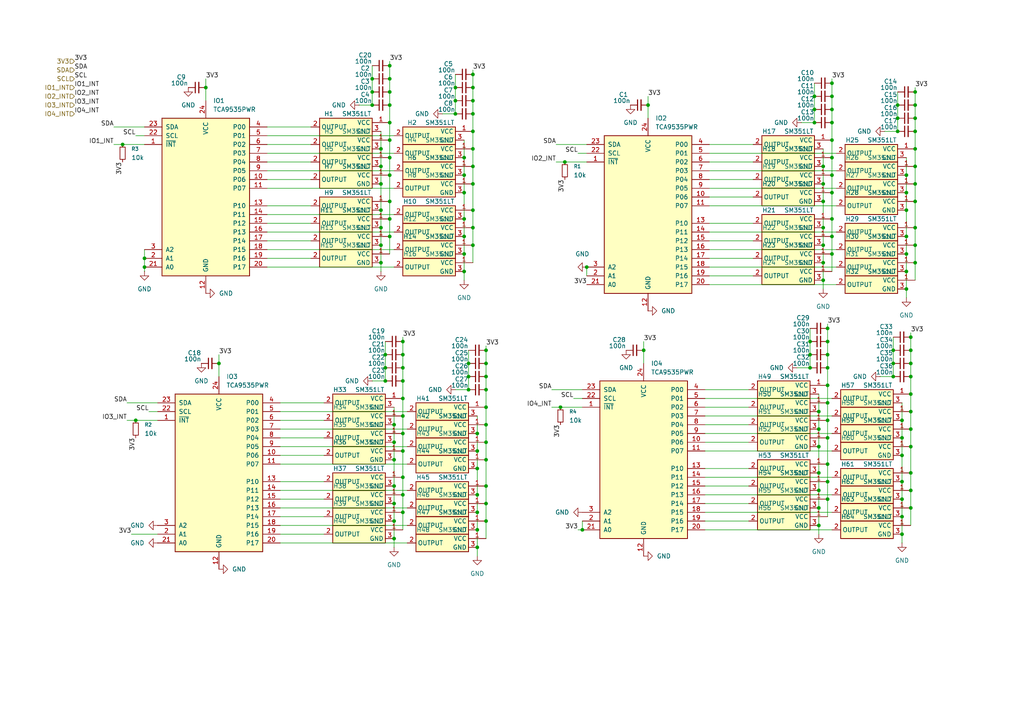
<source format=kicad_sch>
(kicad_sch (version 20250114) (generator "eeschema") (generator_version "9.0")
  (paper "A4")
  (junction (at 137.16 48.26))
  (junction (at 241.3 63.5))
  (junction (at 137.16 21.59))
  (junction (at 110.49 53.34))
  (junction (at 264.16 114.3))
  (junction (at 265.43 71.12))
  (junction (at 262.89 68.58))
  (junction (at 241.3 35.56))
  (junction (at 168.91 153.67))
  (junction (at 240.03 127))
  (junction (at 132.08 29.21))
  (junction (at 107.95 30.48))
  (junction (at 264.16 105.41))
  (junction (at 39.37 121.92))
  (junction (at 236.22 27.94))
  (junction (at 134.62 50.8))
  (junction (at 140.97 133.35))
  (junction (at 261.62 144.78))
  (junction (at 134.62 68.58))
  (junction (at 116.84 143.51))
  (junction (at 113.03 58.42))
  (junction (at 135.89 109.22))
  (junction (at 113.03 35.56))
  (junction (at 259.08 109.22))
  (junction (at 237.49 142.24))
  (junction (at 138.43 135.89))
  (junction (at 262.89 83.82))
  (junction (at 110.49 60.96))
  (junction (at 265.43 34.29))
  (junction (at 237.49 129.54))
  (junction (at 260.35 38.1))
  (junction (at 132.08 33.02))
  (junction (at 262.89 78.74))
  (junction (at 264.16 101.6))
  (junction (at 116.84 110.49))
  (junction (at 111.76 106.68))
  (junction (at 110.49 43.18))
  (junction (at 236.22 31.75))
  (junction (at 113.03 26.67))
  (junction (at 241.3 45.72))
  (junction (at 264.16 97.79))
  (junction (at 238.76 58.42))
  (junction (at 41.91 77.47))
  (junction (at 116.84 102.87))
  (junction (at 262.89 50.8))
  (junction (at 240.03 139.7))
  (junction (at 238.76 81.28))
  (junction (at 113.03 45.72))
  (junction (at 137.16 53.34))
  (junction (at 113.03 50.8))
  (junction (at 137.16 25.4))
  (junction (at 140.97 118.11))
  (junction (at 259.08 101.6))
  (junction (at 140.97 105.41))
  (junction (at 238.76 48.26))
  (junction (at 237.49 152.4))
  (junction (at 241.3 31.75))
  (junction (at 114.3 128.27))
  (junction (at 240.03 111.76))
  (junction (at 132.08 25.4))
  (junction (at 240.03 121.92))
  (junction (at 137.16 71.12))
  (junction (at 237.49 124.46))
  (junction (at 114.3 123.19))
  (junction (at 261.62 121.92))
  (junction (at 138.43 143.51))
  (junction (at 234.95 102.87))
  (junction (at 114.3 156.21))
  (junction (at 140.97 109.22))
  (junction (at 107.95 26.67))
  (junction (at 241.3 68.58))
  (junction (at 116.84 130.81))
  (junction (at 140.97 101.6))
  (junction (at 113.03 22.86))
  (junction (at 138.43 148.59))
  (junction (at 137.16 60.96))
  (junction (at 135.89 105.41))
  (junction (at 187.96 30.48))
  (junction (at 113.03 68.58))
  (junction (at 234.95 99.06))
  (junction (at 236.22 35.56))
  (junction (at 134.62 63.5))
  (junction (at 137.16 29.21))
  (junction (at 134.62 55.88))
  (junction (at 137.16 38.1))
  (junction (at 110.49 76.2))
  (junction (at 113.03 63.5))
  (junction (at 238.76 66.04))
  (junction (at 265.43 48.26))
  (junction (at 138.43 153.67))
  (junction (at 240.03 144.78))
  (junction (at 264.16 137.16))
  (junction (at 265.43 43.18))
  (junction (at 137.16 33.02))
  (junction (at 264.16 142.24))
  (junction (at 110.49 71.12))
  (junction (at 140.97 140.97))
  (junction (at 113.03 30.48))
  (junction (at 240.03 134.62))
  (junction (at 140.97 128.27))
  (junction (at 262.89 55.88))
  (junction (at 116.84 115.57))
  (junction (at 241.3 40.64))
  (junction (at 116.84 99.06))
  (junction (at 264.16 109.22))
  (junction (at 116.84 125.73))
  (junction (at 140.97 113.03))
  (junction (at 162.56 118.11))
  (junction (at 260.35 30.48))
  (junction (at 264.16 119.38))
  (junction (at 116.84 148.59))
  (junction (at 265.43 76.2))
  (junction (at 241.3 50.8))
  (junction (at 41.91 74.93))
  (junction (at 265.43 58.42))
  (junction (at 186.69 101.6))
  (junction (at 238.76 53.34))
  (junction (at 114.3 146.05))
  (junction (at 116.84 106.68))
  (junction (at 241.3 27.94))
  (junction (at 111.76 110.49))
  (junction (at 110.49 66.04))
  (junction (at 234.95 106.68))
  (junction (at 116.84 120.65))
  (junction (at 137.16 66.04))
  (junction (at 237.49 147.32))
  (junction (at 264.16 124.46))
  (junction (at 262.89 73.66))
  (junction (at 116.84 138.43))
  (junction (at 241.3 24.13))
  (junction (at 261.62 127))
  (junction (at 264.16 129.54))
  (junction (at 259.08 105.41))
  (junction (at 238.76 76.2))
  (junction (at 163.83 46.99))
  (junction (at 35.56 41.91))
  (junction (at 240.03 116.84))
  (junction (at 134.62 73.66))
  (junction (at 241.3 55.88))
  (junction (at 140.97 123.19))
  (junction (at 140.97 146.05))
  (junction (at 135.89 113.03))
  (junction (at 107.95 22.86))
  (junction (at 261.62 154.94))
  (junction (at 138.43 130.81))
  (junction (at 114.3 133.35))
  (junction (at 114.3 140.97))
  (junction (at 59.69 25.4))
  (junction (at 138.43 158.75))
  (junction (at 134.62 45.72))
  (junction (at 237.49 119.38))
  (junction (at 261.62 139.7))
  (junction (at 237.49 137.16))
  (junction (at 265.43 26.67))
  (junction (at 134.62 78.74))
  (junction (at 261.62 149.86))
  (junction (at 265.43 66.04))
  (junction (at 140.97 151.13))
  (junction (at 265.43 38.1))
  (junction (at 238.76 71.12))
  (junction (at 261.62 132.08))
  (junction (at 262.89 60.96))
  (junction (at 241.3 73.66))
  (junction (at 111.76 102.87))
  (junction (at 265.43 30.48))
  (junction (at 137.16 43.18))
  (junction (at 170.18 77.47))
  (junction (at 240.03 95.25))
  (junction (at 265.43 53.34))
  (junction (at 113.03 19.05))
  (junction (at 240.03 106.68))
  (junction (at 113.03 40.64))
  (junction (at 114.3 151.13))
  (junction (at 63.5 105.41))
  (junction (at 264.16 147.32))
  (junction (at 138.43 125.73))
  (junction (at 260.35 34.29))
  (junction (at 240.03 102.87))
  (junction (at 110.49 48.26))
  (junction (at 240.03 99.06))
  (wire (pts (xy 237.49 142.24) (xy 237.49 147.32)))
  (wire (pts (xy 132.08 25.4) (xy 132.08 29.21)))
  (wire (pts (xy 240.03 102.87) (xy 240.03 106.68)))
  (wire (pts (xy 138.43 153.67) (xy 138.43 158.75)))
  (wire (pts (xy 134.62 73.66) (xy 134.62 78.74)))
  (wire (pts (xy 238.76 53.34) (xy 238.76 58.42)))
  (wire (pts (xy 110.49 66.04) (xy 110.49 71.12)))
  (wire (pts (xy 237.49 147.32) (xy 237.49 152.4)))
  (wire (pts (xy 41.91 72.39) (xy 41.91 74.93)))
  (wire (pts (xy 262.89 45.72) (xy 262.89 50.8)))
  (wire (pts (xy 204.47 148.59) (xy 241.3 148.59)))
  (wire (pts (xy 132.08 113.03) (xy 135.89 113.03)))
  (wire (pts (xy 170.18 77.47) (xy 170.18 80.01)))
  (wire (pts (xy 262.89 78.74) (xy 262.89 83.82)))
  (wire (pts (xy 63.5 102.87) (xy 63.5 105.41)))
  (wire (pts (xy 140.97 118.11) (xy 140.97 123.19)))
  (wire (pts (xy 241.3 73.66) (xy 241.3 78.74)))
  (wire (pts (xy 138.43 158.75) (xy 138.43 161.29)))
  (wire (pts (xy 77.47 59.69) (xy 90.17 59.69)))
  (wire (pts (xy 116.84 106.68) (xy 116.84 110.49)))
  (wire (pts (xy 240.03 93.98) (xy 240.03 95.25)))
  (wire (pts (xy 204.47 123.19) (xy 217.17 123.19)))
  (wire (pts (xy 261.62 121.92) (xy 261.62 127)))
  (wire (pts (xy 114.3 146.05) (xy 114.3 151.13)))
  (wire (pts (xy 241.3 22.86) (xy 241.3 24.13)))
  (wire (pts (xy 264.16 124.46) (xy 264.16 129.54)))
  (wire (pts (xy 77.47 74.93) (xy 90.17 74.93)))
  (wire (pts (xy 81.28 129.54) (xy 118.11 129.54)))
  (wire (pts (xy 134.62 45.72) (xy 134.62 50.8)))
  (wire (pts (xy 241.3 31.75) (xy 241.3 35.56)))
  (wire (pts (xy 259.08 101.6) (xy 259.08 105.41)))
  (wire (pts (xy 134.62 63.5) (xy 134.62 68.58)))
  (wire (pts (xy 43.18 119.38) (xy 45.72 119.38)))
  (wire (pts (xy 261.62 132.08) (xy 261.62 139.7)))
  (wire (pts (xy 134.62 78.74) (xy 134.62 81.28)))
  (wire (pts (xy 113.03 22.86) (xy 113.03 26.67)))
  (wire (pts (xy 33.02 36.83) (xy 41.91 36.83)))
  (wire (pts (xy 265.43 48.26) (xy 265.43 53.34)))
  (wire (pts (xy 77.47 64.77) (xy 90.17 64.77)))
  (wire (pts (xy 33.02 41.91) (xy 35.56 41.91)))
  (wire (pts (xy 205.74 80.01) (xy 218.44 80.01)))
  (wire (pts (xy 77.47 67.31) (xy 114.3 67.31)))
  (wire (pts (xy 264.16 101.6) (xy 264.16 105.41)))
  (wire (pts (xy 240.03 134.62) (xy 240.03 139.7)))
  (wire (pts (xy 35.56 41.91) (xy 41.91 41.91)))
  (wire (pts (xy 231.14 106.68) (xy 234.95 106.68)))
  (wire (pts (xy 140.97 105.41) (xy 140.97 109.22)))
  (wire (pts (xy 138.43 120.65) (xy 138.43 125.73)))
  (wire (pts (xy 140.97 146.05) (xy 140.97 151.13)))
  (wire (pts (xy 262.89 68.58) (xy 262.89 73.66)))
  (wire (pts (xy 205.74 52.07) (xy 218.44 52.07)))
  (wire (pts (xy 41.91 77.47) (xy 41.91 78.74)))
  (wire (pts (xy 116.84 110.49) (xy 116.84 115.57)))
  (wire (pts (xy 204.47 146.05) (xy 217.17 146.05)))
  (wire (pts (xy 110.49 76.2) (xy 110.49 78.74)))
  (wire (pts (xy 137.16 33.02) (xy 137.16 38.1)))
  (wire (pts (xy 140.97 100.33) (xy 140.97 101.6)))
  (wire (pts (xy 104.14 30.48) (xy 107.95 30.48)))
  (wire (pts (xy 113.03 19.05) (xy 113.03 22.86)))
  (wire (pts (xy 81.28 152.4) (xy 118.11 152.4)))
  (wire (pts (xy 114.3 151.13) (xy 114.3 156.21)))
  (wire (pts (xy 110.49 60.96) (xy 110.49 66.04)))
  (wire (pts (xy 261.62 116.84) (xy 261.62 121.92)))
  (wire (pts (xy 107.95 26.67) (xy 107.95 30.48)))
  (wire (pts (xy 116.84 120.65) (xy 116.84 125.73)))
  (wire (pts (xy 81.28 124.46) (xy 118.11 124.46)))
  (wire (pts (xy 137.16 60.96) (xy 137.16 66.04)))
  (wire (pts (xy 237.49 119.38) (xy 237.49 124.46)))
  (wire (pts (xy 77.47 39.37) (xy 114.3 39.37)))
  (wire (pts (xy 135.89 109.22) (xy 135.89 113.03)))
  (wire (pts (xy 81.28 144.78) (xy 93.98 144.78)))
  (wire (pts (xy 110.49 53.34) (xy 110.49 60.96)))
  (wire (pts (xy 113.03 30.48) (xy 113.03 35.56)))
  (wire (pts (xy 81.28 116.84) (xy 93.98 116.84)))
  (wire (pts (xy 110.49 48.26) (xy 110.49 53.34)))
  (wire (pts (xy 116.84 97.79) (xy 116.84 99.06)))
  (wire (pts (xy 36.83 116.84) (xy 45.72 116.84)))
  (wire (pts (xy 238.76 43.18) (xy 238.76 48.26)))
  (wire (pts (xy 241.3 40.64) (xy 241.3 45.72)))
  (wire (pts (xy 238.76 76.2) (xy 238.76 81.28)))
  (wire (pts (xy 114.3 118.11) (xy 114.3 123.19)))
  (wire (pts (xy 238.76 66.04) (xy 238.76 71.12)))
  (wire (pts (xy 265.43 34.29) (xy 265.43 38.1)))
  (wire (pts (xy 137.16 20.32) (xy 137.16 21.59)))
  (wire (pts (xy 113.03 26.67) (xy 113.03 30.48)))
  (wire (pts (xy 240.03 95.25) (xy 240.03 99.06)))
  (wire (pts (xy 260.35 26.67) (xy 260.35 30.48)))
  (wire (pts (xy 81.28 154.94) (xy 93.98 154.94)))
  (wire (pts (xy 137.16 38.1) (xy 137.16 43.18)))
  (wire (pts (xy 205.74 54.61) (xy 242.57 54.61)))
  (wire (pts (xy 241.3 63.5) (xy 241.3 68.58)))
  (wire (pts (xy 237.49 152.4) (xy 237.49 154.94)))
  (wire (pts (xy 240.03 111.76) (xy 240.03 116.84)))
  (wire (pts (xy 167.64 153.67) (xy 168.91 153.67)))
  (wire (pts (xy 204.47 143.51) (xy 241.3 143.51)))
  (wire (pts (xy 260.35 30.48) (xy 260.35 34.29)))
  (wire (pts (xy 39.37 39.37) (xy 41.91 39.37)))
  (wire (pts (xy 137.16 29.21) (xy 137.16 33.02)))
  (wire (pts (xy 240.03 121.92) (xy 240.03 127)))
  (wire (pts (xy 41.91 74.93) (xy 41.91 77.47)))
  (wire (pts (xy 160.02 113.03) (xy 168.91 113.03)))
  (wire (pts (xy 237.49 124.46) (xy 237.49 129.54)))
  (wire (pts (xy 138.43 148.59) (xy 138.43 153.67)))
  (wire (pts (xy 237.49 129.54) (xy 237.49 137.16)))
  (wire (pts (xy 240.03 139.7) (xy 240.03 144.78)))
  (wire (pts (xy 265.43 30.48) (xy 265.43 34.29)))
  (wire (pts (xy 205.74 57.15) (xy 218.44 57.15)))
  (wire (pts (xy 204.47 113.03) (xy 217.17 113.03)))
  (wire (pts (xy 107.95 110.49) (xy 111.76 110.49)))
  (wire (pts (xy 236.22 24.13) (xy 236.22 27.94)))
  (wire (pts (xy 81.28 121.92) (xy 93.98 121.92)))
  (wire (pts (xy 234.95 99.06) (xy 234.95 102.87)))
  (wire (pts (xy 81.28 149.86) (xy 93.98 149.86)))
  (wire (pts (xy 135.89 105.41) (xy 135.89 109.22)))
  (wire (pts (xy 135.89 101.6) (xy 135.89 105.41)))
  (wire (pts (xy 232.41 35.56) (xy 236.22 35.56)))
  (wire (pts (xy 261.62 139.7) (xy 261.62 144.78)))
  (wire (pts (xy 255.27 109.22) (xy 259.08 109.22)))
  (wire (pts (xy 262.89 55.88) (xy 262.89 60.96)))
  (wire (pts (xy 264.16 114.3) (xy 264.16 119.38)))
  (wire (pts (xy 132.08 21.59) (xy 132.08 25.4)))
  (wire (pts (xy 116.84 125.73) (xy 116.84 130.81)))
  (wire (pts (xy 134.62 68.58) (xy 134.62 73.66)))
  (wire (pts (xy 77.47 69.85) (xy 90.17 69.85)))
  (wire (pts (xy 204.47 140.97) (xy 217.17 140.97)))
  (wire (pts (xy 241.3 68.58) (xy 241.3 73.66)))
  (wire (pts (xy 161.29 41.91) (xy 170.18 41.91)))
  (wire (pts (xy 241.3 55.88) (xy 241.3 63.5)))
  (wire (pts (xy 140.97 151.13) (xy 140.97 156.21)))
  (wire (pts (xy 114.3 133.35) (xy 114.3 140.97)))
  (wire (pts (xy 259.08 105.41) (xy 259.08 109.22)))
  (wire (pts (xy 265.43 76.2) (xy 265.43 81.28)))
  (wire (pts (xy 137.16 66.04) (xy 137.16 71.12)))
  (wire (pts (xy 77.47 49.53) (xy 114.3 49.53)))
  (wire (pts (xy 205.74 67.31) (xy 242.57 67.31)))
  (wire (pts (xy 81.28 132.08) (xy 93.98 132.08)))
  (wire (pts (xy 116.84 148.59) (xy 116.84 153.67)))
  (wire (pts (xy 59.69 25.4) (xy 59.69 29.21)))
  (wire (pts (xy 234.95 102.87) (xy 234.95 106.68)))
  (wire (pts (xy 134.62 50.8) (xy 134.62 55.88)))
  (wire (pts (xy 237.49 114.3) (xy 237.49 119.38)))
  (wire (pts (xy 138.43 135.89) (xy 138.43 143.51)))
  (wire (pts (xy 204.47 118.11) (xy 217.17 118.11)))
  (wire (pts (xy 77.47 77.47) (xy 114.3 77.47)))
  (wire (pts (xy 264.16 105.41) (xy 264.16 109.22)))
  (wire (pts (xy 137.16 21.59) (xy 137.16 25.4)))
  (wire (pts (xy 77.47 62.23) (xy 114.3 62.23)))
  (wire (pts (xy 137.16 43.18) (xy 137.16 48.26)))
  (wire (pts (xy 187.96 27.94) (xy 187.96 30.48)))
  (wire (pts (xy 77.47 41.91) (xy 90.17 41.91)))
  (wire (pts (xy 264.16 96.52) (xy 264.16 97.79)))
  (wire (pts (xy 240.03 144.78) (xy 240.03 149.86)))
  (wire (pts (xy 38.1 154.94) (xy 45.72 154.94)))
  (wire (pts (xy 205.74 49.53) (xy 242.57 49.53)))
  (wire (pts (xy 205.74 41.91) (xy 218.44 41.91)))
  (wire (pts (xy 111.76 99.06) (xy 111.76 102.87)))
  (wire (pts (xy 234.95 95.25) (xy 234.95 99.06)))
  (wire (pts (xy 186.69 99.06) (xy 186.69 101.6)))
  (wire (pts (xy 77.47 52.07) (xy 90.17 52.07)))
  (wire (pts (xy 111.76 102.87) (xy 111.76 106.68)))
  (wire (pts (xy 265.43 66.04) (xy 265.43 71.12)))
  (wire (pts (xy 134.62 40.64) (xy 134.62 45.72)))
  (wire (pts (xy 204.47 128.27) (xy 217.17 128.27)))
  (wire (pts (xy 238.76 58.42) (xy 238.76 66.04)))
  (wire (pts (xy 241.3 27.94) (xy 241.3 31.75)))
  (wire (pts (xy 116.84 138.43) (xy 116.84 143.51)))
  (wire (pts (xy 256.54 38.1) (xy 260.35 38.1)))
  (wire (pts (xy 113.03 50.8) (xy 113.03 58.42)))
  (wire (pts (xy 264.16 137.16) (xy 264.16 142.24)))
  (wire (pts (xy 265.43 43.18) (xy 265.43 48.26)))
  (wire (pts (xy 36.83 121.92) (xy 39.37 121.92)))
  (wire (pts (xy 187.96 30.48) (xy 187.96 34.29)))
  (wire (pts (xy 264.16 129.54) (xy 264.16 137.16)))
  (wire (pts (xy 110.49 43.18) (xy 110.49 48.26)))
  (wire (pts (xy 114.3 123.19) (xy 114.3 128.27)))
  (wire (pts (xy 262.89 73.66) (xy 262.89 78.74)))
  (wire (pts (xy 262.89 50.8) (xy 262.89 55.88)))
  (wire (pts (xy 77.47 54.61) (xy 114.3 54.61)))
  (wire (pts (xy 160.02 118.11) (xy 162.56 118.11)))
  (wire (pts (xy 114.3 128.27) (xy 114.3 133.35)))
  (wire (pts (xy 81.28 127) (xy 93.98 127)))
  (wire (pts (xy 116.84 115.57) (xy 116.84 120.65)))
  (wire (pts (xy 162.56 118.11) (xy 168.91 118.11)))
  (wire (pts (xy 107.95 22.86) (xy 107.95 26.67)))
  (wire (pts (xy 264.16 119.38) (xy 264.16 124.46)))
  (wire (pts (xy 138.43 125.73) (xy 138.43 130.81)))
  (wire (pts (xy 128.27 33.02) (xy 132.08 33.02)))
  (wire (pts (xy 265.43 25.4) (xy 265.43 26.67)))
  (wire (pts (xy 238.76 81.28) (xy 238.76 83.82)))
  (wire (pts (xy 113.03 17.78) (xy 113.03 19.05)))
  (wire (pts (xy 204.47 130.81) (xy 241.3 130.81)))
  (wire (pts (xy 241.3 45.72) (xy 241.3 50.8)))
  (wire (pts (xy 205.74 69.85) (xy 218.44 69.85)))
  (wire (pts (xy 81.28 147.32) (xy 118.11 147.32)))
  (wire (pts (xy 140.97 128.27) (xy 140.97 133.35)))
  (wire (pts (xy 238.76 71.12) (xy 238.76 76.2)))
  (wire (pts (xy 113.03 63.5) (xy 113.03 68.58)))
  (wire (pts (xy 205.74 77.47) (xy 242.57 77.47)))
  (wire (pts (xy 237.49 137.16) (xy 237.49 142.24)))
  (wire (pts (xy 168.91 151.13) (xy 168.91 153.67)))
  (wire (pts (xy 116.84 130.81) (xy 116.84 138.43)))
  (wire (pts (xy 63.5 105.41) (xy 63.5 109.22)))
  (wire (pts (xy 205.74 64.77) (xy 218.44 64.77)))
  (wire (pts (xy 186.69 101.6) (xy 186.69 105.41)))
  (wire (pts (xy 113.03 45.72) (xy 113.03 50.8)))
  (wire (pts (xy 265.43 53.34) (xy 265.43 58.42)))
  (wire (pts (xy 81.28 139.7) (xy 93.98 139.7)))
  (wire (pts (xy 113.03 40.64) (xy 113.03 45.72)))
  (wire (pts (xy 77.47 72.39) (xy 114.3 72.39)))
  (wire (pts (xy 205.74 72.39) (xy 242.57 72.39)))
  (wire (pts (xy 261.62 127) (xy 261.62 132.08)))
  (wire (pts (xy 236.22 31.75) (xy 236.22 35.56)))
  (wire (pts (xy 265.43 71.12) (xy 265.43 76.2)))
  (wire (pts (xy 138.43 143.51) (xy 138.43 148.59)))
  (wire (pts (xy 241.3 35.56) (xy 241.3 40.64)))
  (wire (pts (xy 114.3 140.97) (xy 114.3 146.05)))
  (wire (pts (xy 137.16 25.4) (xy 137.16 29.21)))
  (wire (pts (xy 205.74 82.55) (xy 242.57 82.55)))
  (wire (pts (xy 264.16 142.24) (xy 264.16 147.32)))
  (wire (pts (xy 39.37 121.92) (xy 45.72 121.92)))
  (wire (pts (xy 140.97 101.6) (xy 140.97 105.41)))
  (wire (pts (xy 204.47 115.57) (xy 241.3 115.57)))
  (wire (pts (xy 241.3 50.8) (xy 241.3 55.88)))
  (wire (pts (xy 167.64 44.45) (xy 170.18 44.45)))
  (wire (pts (xy 265.43 26.67) (xy 265.43 30.48)))
  (wire (pts (xy 204.47 135.89) (xy 217.17 135.89)))
  (wire (pts (xy 140.97 140.97) (xy 140.97 146.05)))
  (wire (pts (xy 204.47 120.65) (xy 241.3 120.65)))
  (wire (pts (xy 81.28 134.62) (xy 118.11 134.62)))
  (wire (pts (xy 236.22 27.94) (xy 236.22 31.75)))
  (wire (pts (xy 116.84 102.87) (xy 116.84 106.68)))
  (wire (pts (xy 137.16 53.34) (xy 137.16 60.96)))
  (wire (pts (xy 240.03 127) (xy 240.03 134.62)))
  (wire (pts (xy 204.47 138.43) (xy 241.3 138.43)))
  (wire (pts (xy 166.37 115.57) (xy 168.91 115.57)))
  (wire (pts (xy 204.47 125.73) (xy 241.3 125.73)))
  (wire (pts (xy 259.08 97.79) (xy 259.08 101.6)))
  (wire (pts (xy 116.84 99.06) (xy 116.84 102.87)))
  (wire (pts (xy 265.43 38.1) (xy 265.43 43.18)))
  (wire (pts (xy 265.43 58.42) (xy 265.43 66.04)))
  (wire (pts (xy 205.74 46.99) (xy 218.44 46.99)))
  (wire (pts (xy 140.97 123.19) (xy 140.97 128.27)))
  (wire (pts (xy 110.49 38.1) (xy 110.49 43.18)))
  (wire (pts (xy 77.47 46.99) (xy 90.17 46.99)))
  (wire (pts (xy 59.69 22.86) (xy 59.69 25.4)))
  (wire (pts (xy 137.16 48.26) (xy 137.16 53.34)))
  (wire (pts (xy 205.74 74.93) (xy 218.44 74.93)))
  (wire (pts (xy 138.43 130.81) (xy 138.43 135.89)))
  (wire (pts (xy 140.97 113.03) (xy 140.97 118.11)))
  (wire (pts (xy 261.62 144.78) (xy 261.62 149.86)))
  (wire (pts (xy 81.28 119.38) (xy 118.11 119.38)))
  (wire (pts (xy 113.03 68.58) (xy 113.03 73.66)))
  (wire (pts (xy 113.03 58.42) (xy 113.03 63.5)))
  (wire (pts (xy 205.74 59.69) (xy 242.57 59.69)))
  (wire (pts (xy 140.97 109.22) (xy 140.97 113.03)))
  (wire (pts (xy 261.62 149.86) (xy 261.62 154.94)))
  (wire (pts (xy 241.3 24.13) (xy 241.3 27.94)))
  (wire (pts (xy 81.28 142.24) (xy 118.11 142.24)))
  (wire (pts (xy 240.03 116.84) (xy 240.03 121.92)))
  (wire (pts (xy 264.16 109.22) (xy 264.16 114.3)))
  (wire (pts (xy 240.03 106.68) (xy 240.03 111.76)))
  (wire (pts (xy 261.62 154.94) (xy 261.62 157.48)))
  (wire (pts (xy 238.76 48.26) (xy 238.76 53.34)))
  (wire (pts (xy 260.35 34.29) (xy 260.35 38.1)))
  (wire (pts (xy 140.97 133.35) (xy 140.97 140.97)))
  (wire (pts (xy 262.89 83.82) (xy 262.89 86.36)))
  (wire (pts (xy 77.47 36.83) (xy 90.17 36.83)))
  (wire (pts (xy 204.47 153.67) (xy 241.3 153.67)))
  (wire (pts (xy 264.16 147.32) (xy 264.16 152.4)))
  (wire (pts (xy 204.47 151.13) (xy 217.17 151.13)))
  (wire (pts (xy 264.16 97.79) (xy 264.16 101.6)))
  (wire (pts (xy 262.89 60.96) (xy 262.89 68.58)))
  (wire (pts (xy 161.29 46.99) (xy 163.83 46.99)))
  (wire (pts (xy 114.3 156.21) (xy 114.3 158.75)))
  (wire (pts (xy 107.95 19.05) (xy 107.95 22.86)))
  (wire (pts (xy 240.03 99.06) (xy 240.03 102.87)))
  (wire (pts (xy 137.16 71.12) (xy 137.16 76.2)))
  (wire (pts (xy 113.03 35.56) (xy 113.03 40.64)))
  (wire (pts (xy 77.47 44.45) (xy 114.3 44.45)))
  (wire (pts (xy 116.84 143.51) (xy 116.84 148.59)))
  (wire (pts (xy 132.08 29.21) (xy 132.08 33.02)))
  (wire (pts (xy 81.28 157.48) (xy 118.11 157.48)))
  (wire (pts (xy 110.49 71.12) (xy 110.49 76.2)))
  (wire (pts (xy 163.83 46.99) (xy 170.18 46.99)))
  (wire (pts (xy 111.76 106.68) (xy 111.76 110.49)))
  (wire (pts (xy 205.74 44.45) (xy 242.57 44.45)))
  (wire (pts (xy 134.62 55.88) (xy 134.62 63.5)))
  (label "IO4_INT" (at 21.59 33.02 0))
  (label "IO4_INT" (at 160.02 118.11 180))
  (label "3V3" (at 186.69 99.06 0))
  (label "3V3" (at 39.37 127 270))
  (label "3V3" (at 116.84 97.79 0))
  (label "SCL" (at 166.37 115.57 180))
  (label "SDA" (at 36.83 116.84 180))
  (label "3V3" (at 265.43 25.4 0))
  (label "3V3" (at 59.69 22.86 0))
  (label "IO3_INT" (at 36.83 121.92 180))
  (label "SDA" (at 21.59 20.32 0))
  (label "SDA" (at 160.02 113.03 180))
  (label "3V3" (at 264.16 96.52 0))
  (label "3V3" (at 113.03 17.78 0))
  (label "3V3" (at 241.3 22.86 0))
  (label "3V3" (at 163.83 52.07 270))
  (label "3V3" (at 187.96 27.94 0))
  (label "3V3" (at 170.18 82.55 180))
  (label "IO3_INT" (at 21.59 30.48 0))
  (label "SDA" (at 161.29 41.91 180))
  (label "SCL" (at 21.59 22.86 0))
  (label "3V3" (at 35.56 46.99 270))
  (label "3V3" (at 137.16 20.32 0))
  (label "3V3" (at 240.03 93.98 0))
  (label "SCL" (at 167.64 44.45 180))
  (label "3V3" (at 140.97 100.33 0))
  (label "IO2_INT" (at 21.59 27.94 0))
  (label "IO2_INT" (at 161.29 46.99 180))
  (label "3V3" (at 21.59 17.78 0))
  (label "IO1_INT" (at 21.59 25.4 0))
  (label "3V3" (at 38.1 154.94 180))
  (label "3V3" (at 63.5 102.87 0))
  (label "IO1_INT" (at 33.02 41.91 180))
  (label "3V3" (at 162.56 123.19 270))
  (label "SDA" (at 33.02 36.83 180))
  (label "3V3" (at 167.64 153.67 180))
  (label "SCL" (at 39.37 39.37 180))
  (label "SCL" (at 43.18 119.38 180))
  (hierarchical_label "SDA" (shape input) (at 21.59 20.32 180))
  (hierarchical_label "IO4_INT" (shape input) (at 21.59 33.02 180))
  (hierarchical_label "3V3" (shape input) (at 21.59 17.78 180))
  (hierarchical_label "SCL" (shape input) (at 21.59 22.86 180))
  (hierarchical_label "IO1_INT" (shape input) (at 21.59 25.4 180))
  (hierarchical_label "IO2_INT" (shape input) (at 21.59 27.94 180))
  (hierarchical_label "IO3_INT" (shape input) (at 21.59 30.48 180))
  (symbol (lib_id "Sensor_Magnetic:SM351LT") (at 252.73 60.96 0) (unit 1)
    (property "Reference" "H28" (at 249.174 55.88 0) (effects (justify right)))
    (property "Value" "SM351LT" (at 260.096 55.88 0) (effects (justify right)))
    (property "Footprint" "Package_TO_SOT_SMD:SOT-23" (effects (hide yes)))
    (property "Datasheet" "https://sensing.honeywell.com/honeywell-sensing-nanopower-series-product-sheet-50095501-a-en.pdf" (effects (hide yes)))
    (property "Description" "Hall Effect Switch, SOT-23" (effects (hide yes)))
  )
  (symbol (lib_id "Sensor_Magnetic:SM351LT") (at 124.46 50.8 0) (unit 1)
    (property "Reference" "H6" (at 120.904 45.72 0) (effects (justify right)))
    (property "Value" "SM351LT" (at 131.826 45.72 0) (effects (justify right)))
    (property "Footprint" "Package_TO_SOT_SMD:SOT-23" (effects (hide yes)))
    (property "Datasheet" "https://sensing.honeywell.com/honeywell-sensing-nanopower-series-product-sheet-50095501-a-en.pdf" (effects (hide yes)))
    (property "Description" "Hall Effect Switch, SOT-23" (effects (hide yes)))
  )
  (symbol (lib_id "Device:C_Small") (at 110.49 22.86 90) (unit 1)
    (property "Reference" "C2" (at 105.918 19.812 90))
    (property "Value" "100n" (at 105.41 21.59 90))
    (property "Footprint" "Capacitor_SMD:C_0603_1608Metric" (effects (hide yes)))
    (property "Description" "Unpolarized capacitor, small symbol" (effects (hide yes)))
  )
  (symbol (lib_id "Device:C_Small") (at 57.15 25.4 90) (unit 1)
    (property "Reference" "C9" (at 52.578 22.352 90))
    (property "Value" "100n" (at 52.07 24.13 90))
    (property "Footprint" "Capacitor_SMD:C_0603_1608Metric" (effects (hide yes)))
    (property "Description" "Unpolarized capacitor, small symbol" (effects (hide yes)))
  )
  (symbol (lib_id "Sensor_Magnetic:SM351LT") (at 128.27 120.65 0) (unit 1)
    (property "Reference" "H41" (at 124.714 115.57 0) (effects (justify right)))
    (property "Value" "SM351LT" (at 135.636 115.57 0) (effects (justify right)))
    (property "Footprint" "Package_TO_SOT_SMD:SOT-23" (effects (hide yes)))
    (property "Datasheet" "https://sensing.honeywell.com/honeywell-sensing-nanopower-series-product-sheet-50095501-a-en.pdf" (effects (hide yes)))
    (property "Description" "Hall Effect Switch, SOT-23" (effects (hide yes)))
  )
  (symbol (lib_id "Device:C_Small") (at 110.49 26.67 90) (unit 1)
    (property "Reference" "C3" (at 105.918 23.622 90))
    (property "Value" "100n" (at 105.41 25.4 90))
    (property "Footprint" "Capacitor_SMD:C_0603_1608Metric" (effects (hide yes)))
    (property "Description" "Unpolarized capacitor, small symbol" (effects (hide yes)))
  )
  (symbol (lib_id "Sensor_Magnetic:SM351LT") (at 228.6 43.18 0) (unit 1)
    (property "Reference" "H17" (at 225.044 38.1 0) (effects (justify right)))
    (property "Value" "SM351LT" (at 235.966 38.1 0) (effects (justify right)))
    (property "Footprint" "Package_TO_SOT_SMD:SOT-23" (effects (hide yes)))
    (property "Datasheet" "https://sensing.honeywell.com/honeywell-sensing-nanopower-series-product-sheet-50095501-a-en.pdf" (effects (hide yes)))
    (property "Description" "Hall Effect Switch, SOT-23" (effects (hide yes)))
  )
  (symbol (lib_id "Sensor_Magnetic:SM351LT") (at 104.14 146.05 0) (unit 1)
    (property "Reference" "H38" (at 100.584 140.97 0) (effects (justify right)))
    (property "Value" "SM351LT" (at 111.506 140.97 0) (effects (justify right)))
    (property "Footprint" "Package_TO_SOT_SMD:SOT-23" (effects (hide yes)))
    (property "Datasheet" "https://sensing.honeywell.com/honeywell-sensing-nanopower-series-product-sheet-50095501-a-en.pdf" (effects (hide yes)))
    (property "Description" "Hall Effect Switch, SOT-23" (effects (hide yes)))
  )
  (symbol (lib_id "power:GND") (at 104.14 30.48 270) (unit 1)
    (property "Reference" "#PWR04" (effects (hide yes)))
    (property "Value" "GND" (at 100.33 30.4799 90) (effects (justify right)))
    (property "Description" "Power symbol creates a global label with name \"GND\" , ground" (effects (hide yes)))
  )
  (symbol (lib_id "Sensor_Magnetic:SM351LT") (at 228.6 71.12 0) (unit 1)
    (property "Reference" "H22" (at 225.044 66.04 0) (effects (justify right)))
    (property "Value" "SM351LT" (at 235.966 66.04 0) (effects (justify right)))
    (property "Footprint" "Package_TO_SOT_SMD:SOT-23" (effects (hide yes)))
    (property "Datasheet" "https://sensing.honeywell.com/honeywell-sensing-nanopower-series-product-sheet-50095501-a-en.pdf" (effects (hide yes)))
    (property "Description" "Hall Effect Switch, SOT-23" (effects (hide yes)))
  )
  (symbol (lib_id "Sensor_Magnetic:SM351LT") (at 251.46 121.92 0) (unit 1)
    (property "Reference" "H58" (at 247.904 116.84 0) (effects (justify right)))
    (property "Value" "SM351LT" (at 258.826 116.84 0) (effects (justify right)))
    (property "Footprint" "Package_TO_SOT_SMD:SOT-23" (effects (hide yes)))
    (property "Datasheet" "https://sensing.honeywell.com/honeywell-sensing-nanopower-series-product-sheet-50095501-a-en.pdf" (effects (hide yes)))
    (property "Description" "Hall Effect Switch, SOT-23" (effects (hide yes)))
  )
  (symbol (lib_id "Sensor_Magnetic:SM351LT") (at 124.46 40.64 0) (unit 1)
    (property "Reference" "H2" (at 120.904 35.56 0) (effects (justify right)))
    (property "Value" "SM351LT" (at 131.826 35.56 0) (effects (justify right)))
    (property "Footprint" "Package_TO_SOT_SMD:SOT-23" (effects (hide yes)))
    (property "Datasheet" "https://sensing.honeywell.com/honeywell-sensing-nanopower-series-product-sheet-50095501-a-en.pdf" (effects (hide yes)))
    (property "Description" "Hall Effect Switch, SOT-23" (effects (hide yes)))
  )
  (symbol (lib_id "Sensor_Magnetic:SM351LT") (at 128.27 143.51 0) (unit 1)
    (property "Reference" "H45" (at 124.714 138.43 0) (effects (justify right)))
    (property "Value" "SM351LT" (at 135.636 138.43 0) (effects (justify right)))
    (property "Footprint" "Package_TO_SOT_SMD:SOT-23" (effects (hide yes)))
    (property "Datasheet" "https://sensing.honeywell.com/honeywell-sensing-nanopower-series-product-sheet-50095501-a-en.pdf" (effects (hide yes)))
    (property "Description" "Hall Effect Switch, SOT-23" (effects (hide yes)))
  )
  (symbol (lib_id "Device:R_Small") (at 39.37 124.46 0) (unit 1)
    (property "Reference" "R2" (at 41.91 123.1899 0) (effects (font (size 1.016 1.016)) (justify left)))
    (property "Value" "10k" (at 41.91 125.7299 0) (effects (justify left)))
    (property "Footprint" "Resistor_SMD:R_0603_1608Metric" (effects (hide yes)))
    (property "Description" "Resistor, small symbol" (effects (hide yes)))
  )
  (symbol (lib_id "Sensor_Magnetic:SM351LT") (at 251.46 127 0) (unit 1)
    (property "Reference" "H59" (at 247.904 121.92 0) (effects (justify right)))
    (property "Value" "SM351LT" (at 258.826 121.92 0) (effects (justify right)))
    (property "Footprint" "Package_TO_SOT_SMD:SOT-23" (effects (hide yes)))
    (property "Datasheet" "https://sensing.honeywell.com/honeywell-sensing-nanopower-series-product-sheet-50095501-a-en.pdf" (effects (hide yes)))
    (property "Description" "Hall Effect Switch, SOT-23" (effects (hide yes)))
  )
  (symbol (lib_id "Sensor_Magnetic:SM351LT") (at 252.73 50.8 0) (unit 1)
    (property "Reference" "H26" (at 249.174 45.72 0) (effects (justify right)))
    (property "Value" "SM351LT" (at 260.096 45.72 0) (effects (justify right)))
    (property "Footprint" "Package_TO_SOT_SMD:SOT-23" (effects (hide yes)))
    (property "Datasheet" "https://sensing.honeywell.com/honeywell-sensing-nanopower-series-product-sheet-50095501-a-en.pdf" (effects (hide yes)))
    (property "Description" "Hall Effect Switch, SOT-23" (effects (hide yes)))
  )
  (symbol (lib_id "power:GND") (at 182.88 30.48 0) (unit 1)
    (property "Reference" "#PWR010" (effects (hide yes)))
    (property "Value" "GND" (at 182.88 35.56 0))
    (property "Description" "Power symbol creates a global label with name \"GND\" , ground" (effects (hide yes)))
  )
  (symbol (lib_id "Sensor_Magnetic:SM351LT") (at 128.27 130.81 0) (unit 1)
    (property "Reference" "H43" (at 124.714 125.73 0) (effects (justify right)))
    (property "Value" "SM351LT" (at 135.636 125.73 0) (effects (justify right)))
    (property "Footprint" "Package_TO_SOT_SMD:SOT-23" (effects (hide yes)))
    (property "Datasheet" "https://sensing.honeywell.com/honeywell-sensing-nanopower-series-product-sheet-50095501-a-en.pdf" (effects (hide yes)))
    (property "Description" "Hall Effect Switch, SOT-23" (effects (hide yes)))
  )
  (symbol (lib_id "Sensor_Magnetic:SM351LT") (at 104.14 133.35 0) (unit 1)
    (property "Reference" "H36" (at 100.584 128.27 0) (effects (justify right)))
    (property "Value" "SM351LT" (at 111.506 128.27 0) (effects (justify right)))
    (property "Footprint" "Package_TO_SOT_SMD:SOT-23" (effects (hide yes)))
    (property "Datasheet" "https://sensing.honeywell.com/honeywell-sensing-nanopower-series-product-sheet-50095501-a-en.pdf" (effects (hide yes)))
    (property "Description" "Hall Effect Switch, SOT-23" (effects (hide yes)))
  )
  (symbol (lib_id "power:GND") (at 54.61 25.4 0) (unit 1)
    (property "Reference" "#PWR06" (effects (hide yes)))
    (property "Value" "GND" (at 54.61 30.48 0))
    (property "Description" "Power symbol creates a global label with name \"GND\" , ground" (effects (hide yes)))
  )
  (symbol (lib_id "Device:C_Small") (at 134.62 21.59 90) (unit 1)
    (property "Reference" "C5" (at 130.048 18.542 90))
    (property "Value" "100n" (at 129.54 20.32 90))
    (property "Footprint" "Capacitor_SMD:C_0603_1608Metric" (effects (hide yes)))
    (property "Description" "Unpolarized capacitor, small symbol" (effects (hide yes)))
  )
  (symbol (lib_id "Sensor_Magnetic:SM351LT") (at 251.46 139.7 0) (unit 1)
    (property "Reference" "H61" (at 247.904 134.62 0) (effects (justify right)))
    (property "Value" "SM351LT" (at 258.826 134.62 0) (effects (justify right)))
    (property "Footprint" "Package_TO_SOT_SMD:SOT-23" (effects (hide yes)))
    (property "Datasheet" "https://sensing.honeywell.com/honeywell-sensing-nanopower-series-product-sheet-50095501-a-en.pdf" (effects (hide yes)))
    (property "Description" "Hall Effect Switch, SOT-23" (effects (hide yes)))
  )
  (symbol (lib_id "Sensor_Magnetic:SM351LT") (at 227.33 124.46 0) (unit 1)
    (property "Reference" "H51" (at 223.774 119.38 0) (effects (justify right)))
    (property "Value" "SM351LT" (at 234.696 119.38 0) (effects (justify right)))
    (property "Footprint" "Package_TO_SOT_SMD:SOT-23" (effects (hide yes)))
    (property "Datasheet" "https://sensing.honeywell.com/honeywell-sensing-nanopower-series-product-sheet-50095501-a-en.pdf" (effects (hide yes)))
    (property "Description" "Hall Effect Switch, SOT-23" (effects (hide yes)))
  )
  (symbol (lib_id "Device:C_Small") (at 138.43 101.6 90) (unit 1)
    (property "Reference" "C24" (at 133.858 98.552 90))
    (property "Value" "100n" (at 133.35 100.33 90))
    (property "Footprint" "Capacitor_SMD:C_0603_1608Metric" (effects (hide yes)))
    (property "Description" "Unpolarized capacitor, small symbol" (effects (hide yes)))
  )
  (symbol (lib_id "Device:C_Small") (at 237.49 99.06 90) (unit 1)
    (property "Reference" "C30" (at 232.918 96.012 90))
    (property "Value" "100n" (at 232.41 97.79 90))
    (property "Footprint" "Capacitor_SMD:C_0603_1608Metric" (effects (hide yes)))
    (property "Description" "Unpolarized capacitor, small symbol" (effects (hide yes)))
  )
  (symbol (lib_id "Sensor_Magnetic:SM351LT") (at 100.33 60.96 0) (unit 1)
    (property "Reference" "H9" (at 96.774 55.88 0) (effects (justify right)))
    (property "Value" "SM351LT" (at 107.696 55.88 0) (effects (justify right)))
    (property "Footprint" "Package_TO_SOT_SMD:SOT-23" (effects (hide yes)))
    (property "Datasheet" "https://sensing.honeywell.com/honeywell-sensing-nanopower-series-product-sheet-50095501-a-en.pdf" (effects (hide yes)))
    (property "Description" "Hall Effect Switch, SOT-23" (effects (hide yes)))
  )
  (symbol (lib_id "Sensor_Magnetic:SM351LT") (at 124.46 55.88 0) (unit 1)
    (property "Reference" "H8" (at 120.904 50.8 0) (effects (justify right)))
    (property "Value" "SM351LT" (at 131.826 50.8 0) (effects (justify right)))
    (property "Footprint" "Package_TO_SOT_SMD:SOT-23" (effects (hide yes)))
    (property "Datasheet" "https://sensing.honeywell.com/honeywell-sensing-nanopower-series-product-sheet-50095501-a-en.pdf" (effects (hide yes)))
    (property "Description" "Hall Effect Switch, SOT-23" (effects (hide yes)))
  )
  (symbol (lib_id "power:GND") (at 114.3 158.75 0) (unit 1)
    (property "Reference" "#PWR022" (effects (hide yes)))
    (property "Value" "GND" (at 114.3 163.83 0))
    (property "Description" "Power symbol creates a global label with name \"GND\" , ground" (effects (hide yes)))
  )
  (symbol (lib_id "Device:C_Small") (at 114.3 110.49 90) (unit 1)
    (property "Reference" "C23" (at 109.728 107.442 90))
    (property "Value" "100n" (at 109.22 109.22 90))
    (property "Footprint" "Capacitor_SMD:C_0603_1608Metric" (effects (hide yes)))
    (property "Description" "Unpolarized capacitor, small symbol" (effects (hide yes)))
  )
  (symbol (lib_id "Device:C_Small") (at 238.76 31.75 90) (unit 1)
    (property "Reference" "C12" (at 234.188 28.702 90))
    (property "Value" "100n" (at 233.68 30.48 90))
    (property "Footprint" "Capacitor_SMD:C_0603_1608Metric" (effects (hide yes)))
    (property "Description" "Unpolarized capacitor, small symbol" (effects (hide yes)))
  )
  (symbol (lib_id "Device:C_Small") (at 134.62 29.21 90) (unit 1)
    (property "Reference" "C7" (at 130.048 26.162 90))
    (property "Value" "100n" (at 129.54 27.94 90))
    (property "Footprint" "Capacitor_SMD:C_0603_1608Metric" (effects (hide yes)))
    (property "Description" "Unpolarized capacitor, small symbol" (effects (hide yes)))
  )
  (symbol (lib_id "Device:C_Small") (at 261.62 109.22 90) (unit 1)
    (property "Reference" "C36" (at 257.048 106.172 90))
    (property "Value" "100n" (at 256.54 107.95 90))
    (property "Footprint" "Capacitor_SMD:C_0603_1608Metric" (effects (hide yes)))
    (property "Description" "Unpolarized capacitor, small symbol" (effects (hide yes)))
  )
  (symbol (lib_id "power:GND") (at 170.18 77.47 270) (unit 1)
    (property "Reference" "#PWR09" (effects (hide yes)))
    (property "Value" "GND" (at 168.91 73.66 90))
    (property "Description" "Power symbol creates a global label with name \"GND\" , ground" (effects (hide yes)))
  )
  (symbol (lib_id "Device:C_Small") (at 237.49 106.68 90) (unit 1)
    (property "Reference" "C32" (at 232.918 103.632 90))
    (property "Value" "100n" (at 232.41 105.41 90))
    (property "Footprint" "Capacitor_SMD:C_0603_1608Metric" (effects (hide yes)))
    (property "Description" "Unpolarized capacitor, small symbol" (effects (hide yes)))
  )
  (symbol (lib_id "Sensor_Magnetic:SM351LT") (at 100.33 43.18 0) (unit 1)
    (property "Reference" "H3" (at 96.774 38.1 0) (effects (justify right)))
    (property "Value" "SM351LT" (at 107.696 38.1 0) (effects (justify right)))
    (property "Footprint" "Package_TO_SOT_SMD:SOT-23" (effects (hide yes)))
    (property "Datasheet" "https://sensing.honeywell.com/honeywell-sensing-nanopower-series-product-sheet-50095501-a-en.pdf" (effects (hide yes)))
    (property "Description" "Hall Effect Switch, SOT-23" (effects (hide yes)))
  )
  (symbol (lib_id "Device:C_Small") (at 262.89 34.29 90) (unit 1)
    (property "Reference" "C16" (at 258.318 31.242 90))
    (property "Value" "100n" (at 257.81 33.02 90))
    (property "Footprint" "Capacitor_SMD:C_0603_1608Metric" (effects (hide yes)))
    (property "Description" "Unpolarized capacitor, small symbol" (effects (hide yes)))
  )
  (symbol (lib_id "Device:C_Small") (at 114.3 106.68 90) (unit 1)
    (property "Reference" "C22" (at 109.728 103.632 90))
    (property "Value" "100n" (at 109.22 105.41 90))
    (property "Footprint" "Capacitor_SMD:C_0603_1608Metric" (effects (hide yes)))
    (property "Description" "Unpolarized capacitor, small symbol" (effects (hide yes)))
  )
  (symbol (lib_id "Device:C_Small") (at 261.62 105.41 90) (unit 1)
    (property "Reference" "C35" (at 257.048 102.362 90))
    (property "Value" "100n" (at 256.54 104.14 90))
    (property "Footprint" "Capacitor_SMD:C_0603_1608Metric" (effects (hide yes)))
    (property "Description" "Unpolarized capacitor, small symbol" (effects (hide yes)))
  )
  (symbol (lib_id "Device:R_Small") (at 35.56 44.45 0) (unit 1)
    (property "Reference" "R3" (at 38.1 43.1799 0) (effects (font (size 1.016 1.016)) (justify left)))
    (property "Value" "10k" (at 38.1 45.7199 0) (effects (justify left)))
    (property "Footprint" "Resistor_SMD:R_0603_1608Metric" (effects (hide yes)))
    (property "Description" "Resistor, small symbol" (effects (hide yes)))
  )
  (symbol (lib_id "Sensor_Magnetic:SM351LT") (at 227.33 137.16 0) (unit 1)
    (property "Reference" "H53" (at 223.774 132.08 0) (effects (justify right)))
    (property "Value" "SM351LT" (at 234.696 132.08 0) (effects (justify right)))
    (property "Footprint" "Package_TO_SOT_SMD:SOT-23" (effects (hide yes)))
    (property "Datasheet" "https://sensing.honeywell.com/honeywell-sensing-nanopower-series-product-sheet-50095501-a-en.pdf" (effects (hide yes)))
    (property "Description" "Hall Effect Switch, SOT-23" (effects (hide yes)))
  )
  (symbol (lib_id "Sensor_Magnetic:SM351LT") (at 252.73 55.88 0) (unit 1)
    (property "Reference" "H27" (at 249.174 50.8 0) (effects (justify right)))
    (property "Value" "SM351LT" (at 260.096 50.8 0) (effects (justify right)))
    (property "Footprint" "Package_TO_SOT_SMD:SOT-23" (effects (hide yes)))
    (property "Datasheet" "https://sensing.honeywell.com/honeywell-sensing-nanopower-series-product-sheet-50095501-a-en.pdf" (effects (hide yes)))
    (property "Description" "Hall Effect Switch, SOT-23" (effects (hide yes)))
  )
  (symbol (lib_id "Sensor_Magnetic:SM351LT") (at 227.33 114.3 0) (unit 1)
    (property "Reference" "H49" (at 223.774 109.22 0) (effects (justify right)))
    (property "Value" "SM351LT" (at 234.696 109.22 0) (effects (justify right)))
    (property "Footprint" "Package_TO_SOT_SMD:SOT-23" (effects (hide yes)))
    (property "Datasheet" "https://sensing.honeywell.com/honeywell-sensing-nanopower-series-product-sheet-50095501-a-en.pdf" (effects (hide yes)))
    (property "Description" "Hall Effect Switch, SOT-23" (effects (hide yes)))
  )
  (symbol (lib_id "Sensor_Magnetic:SM351LT") (at 104.14 123.19 0) (unit 1)
    (property "Reference" "H34" (at 100.584 118.11 0) (effects (justify right)))
    (property "Value" "SM351LT" (at 111.506 118.11 0) (effects (justify right)))
    (property "Footprint" "Package_TO_SOT_SMD:SOT-23" (effects (hide yes)))
    (property "Datasheet" "https://sensing.honeywell.com/honeywell-sensing-nanopower-series-product-sheet-50095501-a-en.pdf" (effects (hide yes)))
    (property "Description" "Hall Effect Switch, SOT-23" (effects (hide yes)))
  )
  (symbol (lib_id "Device:C_Small") (at 262.89 26.67 90) (unit 1)
    (property "Reference" "C14" (at 258.318 23.622 90))
    (property "Value" "100n" (at 257.81 25.4 90))
    (property "Footprint" "Capacitor_SMD:C_0603_1608Metric" (effects (hide yes)))
    (property "Description" "Unpolarized capacitor, small symbol" (effects (hide yes)))
  )
  (symbol (lib_id "Sensor_Magnetic:SM351LT") (at 227.33 147.32 0) (unit 1)
    (property "Reference" "H55" (at 223.774 142.24 0) (effects (justify right)))
    (property "Value" "SM351LT" (at 234.696 142.24 0) (effects (justify right)))
    (property "Footprint" "Package_TO_SOT_SMD:SOT-23" (effects (hide yes)))
    (property "Datasheet" "https://sensing.honeywell.com/honeywell-sensing-nanopower-series-product-sheet-50095501-a-en.pdf" (effects (hide yes)))
    (property "Description" "Hall Effect Switch, SOT-23" (effects (hide yes)))
  )
  (symbol (lib_id "Sensor_Magnetic:SM351LT") (at 252.73 45.72 0) (unit 1)
    (property "Reference" "H25" (at 249.174 40.64 0) (effects (justify right)))
    (property "Value" "SM351LT" (at 260.096 40.64 0) (effects (justify right)))
    (property "Footprint" "Package_TO_SOT_SMD:SOT-23" (effects (hide yes)))
    (property "Datasheet" "https://sensing.honeywell.com/honeywell-sensing-nanopower-series-product-sheet-50095501-a-en.pdf" (effects (hide yes)))
    (property "Description" "Hall Effect Switch, SOT-23" (effects (hide yes)))
  )
  (symbol (lib_id "Sensor_Magnetic:SM351LT") (at 228.6 58.42 0) (unit 1)
    (property "Reference" "H20" (at 225.044 53.34 0) (effects (justify right)))
    (property "Value" "SM351LT" (at 235.966 53.34 0) (effects (justify right)))
    (property "Footprint" "Package_TO_SOT_SMD:SOT-23" (effects (hide yes)))
    (property "Datasheet" "https://sensing.honeywell.com/honeywell-sensing-nanopower-series-product-sheet-50095501-a-en.pdf" (effects (hide yes)))
    (property "Description" "Hall Effect Switch, SOT-23" (effects (hide yes)))
  )
  (symbol (lib_id "Sensor_Magnetic:SM351LT") (at 251.46 149.86 0) (unit 1)
    (property "Reference" "H63" (at 247.904 144.78 0) (effects (justify right)))
    (property "Value" "SM351LT" (at 258.826 144.78 0) (effects (justify right)))
    (property "Footprint" "Package_TO_SOT_SMD:SOT-23" (effects (hide yes)))
    (property "Datasheet" "https://sensing.honeywell.com/honeywell-sensing-nanopower-series-product-sheet-50095501-a-en.pdf" (effects (hide yes)))
    (property "Description" "Hall Effect Switch, SOT-23" (effects (hide yes)))
  )
  (symbol (lib_id "Sensor_Magnetic:SM351LT") (at 252.73 73.66 0) (unit 1)
    (property "Reference" "H30" (at 249.174 68.58 0) (effects (justify right)))
    (property "Value" "SM351LT" (at 260.096 68.58 0) (effects (justify right)))
    (property "Footprint" "Package_TO_SOT_SMD:SOT-23" (effects (hide yes)))
    (property "Datasheet" "https://sensing.honeywell.com/honeywell-sensing-nanopower-series-product-sheet-50095501-a-en.pdf" (effects (hide yes)))
    (property "Description" "Hall Effect Switch, SOT-23" (effects (hide yes)))
  )
  (symbol (lib_id "Sensor_Magnetic:SM351LT") (at 228.6 66.04 0) (unit 1)
    (property "Reference" "H21" (at 225.044 60.96 0) (effects (justify right)))
    (property "Value" "SM351LT" (at 235.966 60.96 0) (effects (justify right)))
    (property "Footprint" "Package_TO_SOT_SMD:SOT-23" (effects (hide yes)))
    (property "Datasheet" "https://sensing.honeywell.com/honeywell-sensing-nanopower-series-product-sheet-50095501-a-en.pdf" (effects (hide yes)))
    (property "Description" "Hall Effect Switch, SOT-23" (effects (hide yes)))
  )
  (symbol (lib_id "power:GND") (at 107.95 110.49 270) (unit 1)
    (property "Reference" "#PWR021" (effects (hide yes)))
    (property "Value" "GND" (at 104.14 110.4899 90) (effects (justify right)))
    (property "Description" "Power symbol creates a global label with name \"GND\" , ground" (effects (hide yes)))
  )
  (symbol (lib_id "Device:C_Small") (at 114.3 102.87 90) (unit 1)
    (property "Reference" "C21" (at 109.728 99.822 90))
    (property "Value" "100n" (at 109.22 101.6 90))
    (property "Footprint" "Capacitor_SMD:C_0603_1608Metric" (effects (hide yes)))
    (property "Description" "Unpolarized capacitor, small symbol" (effects (hide yes)))
  )
  (symbol (lib_id "Interface_Expansion:TCA9535PWR") (at 59.69 57.15 0) (unit 1)
    (property "Reference" "IO1" (at 61.8333 29.21 0) (effects (justify left)))
    (property "Value" "TCA9535PWR" (at 61.8333 31.75 0) (effects (justify left)))
    (property "Footprint" "Package_SO:TSSOP-24_4.4x7.8mm_P0.65mm" (effects (hide yes)))
    (property "Datasheet" "http://www.ti.com/lit/ds/symlink/tca9535.pdf" (effects (hide yes)))
    (property "Description" "16-bit I/O expander, I2C and SMBus interface, interrupts, w/o pull-ups, TSSOP-24 package" (effects (hide yes)))
  )
  (symbol (lib_id "Device:C_Small") (at 237.49 95.25 90) (unit 1)
    (property "Reference" "C29" (at 232.918 92.202 90))
    (property "Value" "100n" (at 232.41 93.98 90))
    (property "Footprint" "Capacitor_SMD:C_0603_1608Metric" (effects (hide yes)))
    (property "Description" "Unpolarized capacitor, small symbol" (effects (hide yes)))
  )
  (symbol (lib_id "Device:C_Small") (at 184.15 101.6 90) (unit 1)
    (property "Reference" "C28" (at 179.578 98.552 90))
    (property "Value" "100n" (at 179.07 100.33 90))
    (property "Footprint" "Capacitor_SMD:C_0603_1608Metric" (effects (hide yes)))
    (property "Description" "Unpolarized capacitor, small symbol" (effects (hide yes)))
  )
  (symbol (lib_id "power:GND") (at 187.96 90.17 90) (unit 1)
    (property "Reference" "#PWR011" (effects (hide yes)))
    (property "Value" "GND" (at 191.77 90.1699 90) (effects (justify right)))
    (property "Description" "Power symbol creates a global label with name \"GND\" , ground" (effects (hide yes)))
  )
  (symbol (lib_id "Sensor_Magnetic:SM351LT") (at 124.46 68.58 0) (unit 1)
    (property "Reference" "H12" (at 120.904 63.5 0) (effects (justify right)))
    (property "Value" "SM351LT" (at 131.826 63.5 0) (effects (justify right)))
    (property "Footprint" "Package_TO_SOT_SMD:SOT-23" (effects (hide yes)))
    (property "Datasheet" "https://sensing.honeywell.com/honeywell-sensing-nanopower-series-product-sheet-50095501-a-en.pdf" (effects (hide yes)))
    (property "Description" "Hall Effect Switch, SOT-23" (effects (hide yes)))
  )
  (symbol (lib_id "Device:C_Small") (at 138.43 109.22 90) (unit 1)
    (property "Reference" "C26" (at 133.858 106.172 90))
    (property "Value" "100n" (at 133.35 107.95 90))
    (property "Footprint" "Capacitor_SMD:C_0603_1608Metric" (effects (hide yes)))
    (property "Description" "Unpolarized capacitor, small symbol" (effects (hide yes)))
  )
  (symbol (lib_id "power:GND") (at 255.27 109.22 270) (unit 1)
    (property "Reference" "#PWR031" (effects (hide yes)))
    (property "Value" "GND" (at 251.46 109.2199 90) (effects (justify right)))
    (property "Description" "Power symbol creates a global label with name \"GND\" , ground" (effects (hide yes)))
  )
  (symbol (lib_id "Device:C_Small") (at 134.62 33.02 90) (unit 1)
    (property "Reference" "C8" (at 130.048 29.972 90))
    (property "Value" "100n" (at 129.54 31.75 90))
    (property "Footprint" "Capacitor_SMD:C_0603_1608Metric" (effects (hide yes)))
    (property "Description" "Unpolarized capacitor, small symbol" (effects (hide yes)))
  )
  (symbol (lib_id "Sensor_Magnetic:SM351LT") (at 104.14 151.13 0) (unit 1)
    (property "Reference" "H39" (at 100.584 146.05 0) (effects (justify right)))
    (property "Value" "SM351LT" (at 111.506 146.05 0) (effects (justify right)))
    (property "Footprint" "Package_TO_SOT_SMD:SOT-23" (effects (hide yes)))
    (property "Datasheet" "https://sensing.honeywell.com/honeywell-sensing-nanopower-series-product-sheet-50095501-a-en.pdf" (effects (hide yes)))
    (property "Description" "Hall Effect Switch, SOT-23" (effects (hide yes)))
  )
  (symbol (lib_id "Sensor_Magnetic:SM351LT") (at 124.46 78.74 0) (unit 1)
    (property "Reference" "H16" (at 120.904 73.66 0) (effects (justify right)))
    (property "Value" "SM351LT" (at 131.826 73.66 0) (effects (justify right)))
    (property "Footprint" "Package_TO_SOT_SMD:SOT-23" (effects (hide yes)))
    (property "Datasheet" "https://sensing.honeywell.com/honeywell-sensing-nanopower-series-product-sheet-50095501-a-en.pdf" (effects (hide yes)))
    (property "Description" "Hall Effect Switch, SOT-23" (effects (hide yes)))
  )
  (symbol (lib_id "Sensor_Magnetic:SM351LT") (at 100.33 53.34 0) (unit 1)
    (property "Reference" "H7" (at 96.774 48.26 0) (effects (justify right)))
    (property "Value" "SM351LT" (at 107.696 48.26 0) (effects (justify right)))
    (property "Footprint" "Package_TO_SOT_SMD:SOT-23" (effects (hide yes)))
    (property "Datasheet" "https://sensing.honeywell.com/honeywell-sensing-nanopower-series-product-sheet-50095501-a-en.pdf" (effects (hide yes)))
    (property "Description" "Hall Effect Switch, SOT-23" (effects (hide yes)))
  )
  (symbol (lib_id "Sensor_Magnetic:SM351LT") (at 128.27 158.75 0) (unit 1)
    (property "Reference" "H48" (at 124.714 153.67 0) (effects (justify right)))
    (property "Value" "SM351LT" (at 135.636 153.67 0) (effects (justify right)))
    (property "Footprint" "Package_TO_SOT_SMD:SOT-23" (effects (hide yes)))
    (property "Datasheet" "https://sensing.honeywell.com/honeywell-sensing-nanopower-series-product-sheet-50095501-a-en.pdf" (effects (hide yes)))
    (property "Description" "Hall Effect Switch, SOT-23" (effects (hide yes)))
  )
  (symbol (lib_id "Sensor_Magnetic:SM351LT") (at 104.14 118.11 0) (unit 1)
    (property "Reference" "H33" (at 100.584 113.03 0) (effects (justify right)))
    (property "Value" "SM351LT" (at 111.506 113.03 0) (effects (justify right)))
    (property "Footprint" "Package_TO_SOT_SMD:SOT-23" (effects (hide yes)))
    (property "Datasheet" "https://sensing.honeywell.com/honeywell-sensing-nanopower-series-product-sheet-50095501-a-en.pdf" (effects (hide yes)))
    (property "Description" "Hall Effect Switch, SOT-23" (effects (hide yes)))
  )
  (symbol (lib_id "Sensor_Magnetic:SM351LT") (at 227.33 142.24 0) (unit 1)
    (property "Reference" "H54" (at 223.774 137.16 0) (effects (justify right)))
    (property "Value" "SM351LT" (at 234.696 137.16 0) (effects (justify right)))
    (property "Footprint" "Package_TO_SOT_SMD:SOT-23" (effects (hide yes)))
    (property "Datasheet" "https://sensing.honeywell.com/honeywell-sensing-nanopower-series-product-sheet-50095501-a-en.pdf" (effects (hide yes)))
    (property "Description" "Hall Effect Switch, SOT-23" (effects (hide yes)))
  )
  (symbol (lib_id "power:GND") (at 238.76 83.82 0) (unit 1)
    (property "Reference" "#PWR013" (effects (hide yes)))
    (property "Value" "GND" (at 238.76 88.9 0))
    (property "Description" "Power symbol creates a global label with name \"GND\" , ground" (effects (hide yes)))
  )
  (symbol (lib_id "Device:C_Small") (at 261.62 101.6 90) (unit 1)
    (property "Reference" "C34" (at 257.048 98.552 90))
    (property "Value" "100n" (at 256.54 100.33 90))
    (property "Footprint" "Capacitor_SMD:C_0603_1608Metric" (effects (hide yes)))
    (property "Description" "Unpolarized capacitor, small symbol" (effects (hide yes)))
  )
  (symbol (lib_id "Sensor_Magnetic:SM351LT") (at 252.73 78.74 0) (unit 1)
    (property "Reference" "H31" (at 249.174 73.66 0) (effects (justify right)))
    (property "Value" "SM351LT" (at 260.096 73.66 0) (effects (justify right)))
    (property "Footprint" "Package_TO_SOT_SMD:SOT-23" (effects (hide yes)))
    (property "Datasheet" "https://sensing.honeywell.com/honeywell-sensing-nanopower-series-product-sheet-50095501-a-en.pdf" (effects (hide yes)))
    (property "Description" "Hall Effect Switch, SOT-23" (effects (hide yes)))
  )
  (symbol (lib_id "power:GND") (at 262.89 86.36 0) (unit 1)
    (property "Reference" "#PWR015" (effects (hide yes)))
    (property "Value" "GND" (at 262.89 91.44 0))
    (property "Description" "Power symbol creates a global label with name \"GND\" , ground" (effects (hide yes)))
  )
  (symbol (lib_id "Sensor_Magnetic:SM351LT") (at 104.14 156.21 0) (unit 1)
    (property "Reference" "H40" (at 100.584 151.13 0) (effects (justify right)))
    (property "Value" "SM351LT" (at 111.506 151.13 0) (effects (justify right)))
    (property "Footprint" "Package_TO_SOT_SMD:SOT-23" (effects (hide yes)))
    (property "Datasheet" "https://sensing.honeywell.com/honeywell-sensing-nanopower-series-product-sheet-50095501-a-en.pdf" (effects (hide yes)))
    (property "Description" "Hall Effect Switch, SOT-23" (effects (hide yes)))
  )
  (symbol (lib_id "Sensor_Magnetic:SM351LT") (at 228.6 76.2 0) (unit 1)
    (property "Reference" "H23" (at 225.044 71.12 0) (effects (justify right)))
    (property "Value" "SM351LT" (at 235.966 71.12 0) (effects (justify right)))
    (property "Footprint" "Package_TO_SOT_SMD:SOT-23" (effects (hide yes)))
    (property "Datasheet" "https://sensing.honeywell.com/honeywell-sensing-nanopower-series-product-sheet-50095501-a-en.pdf" (effects (hide yes)))
    (property "Description" "Hall Effect Switch, SOT-23" (effects (hide yes)))
  )
  (symbol (lib_id "Sensor_Magnetic:SM351LT") (at 128.27 125.73 0) (unit 1)
    (property "Reference" "H42" (at 124.714 120.65 0) (effects (justify right)))
    (property "Value" "SM351LT" (at 135.636 120.65 0) (effects (justify right)))
    (property "Footprint" "Package_TO_SOT_SMD:SOT-23" (effects (hide yes)))
    (property "Datasheet" "https://sensing.honeywell.com/honeywell-sensing-nanopower-series-product-sheet-50095501-a-en.pdf" (effects (hide yes)))
    (property "Description" "Hall Effect Switch, SOT-23" (effects (hide yes)))
  )
  (symbol (lib_id "Sensor_Magnetic:SM351LT") (at 128.27 153.67 0) (unit 1)
    (property "Reference" "H47" (at 124.714 148.59 0) (effects (justify right)))
    (property "Value" "SM351LT" (at 135.636 148.59 0) (effects (justify right)))
    (property "Footprint" "Package_TO_SOT_SMD:SOT-23" (effects (hide yes)))
    (property "Datasheet" "https://sensing.honeywell.com/honeywell-sensing-nanopower-series-product-sheet-50095501-a-en.pdf" (effects (hide yes)))
    (property "Description" "Hall Effect Switch, SOT-23" (effects (hide yes)))
  )
  (symbol (lib_id "Sensor_Magnetic:SM351LT") (at 228.6 81.28 0) (unit 1)
    (property "Reference" "H24" (at 225.044 76.2 0) (effects (justify right)))
    (property "Value" "SM351LT" (at 235.966 76.2 0) (effects (justify right)))
    (property "Footprint" "Package_TO_SOT_SMD:SOT-23" (effects (hide yes)))
    (property "Datasheet" "https://sensing.honeywell.com/honeywell-sensing-nanopower-series-product-sheet-50095501-a-en.pdf" (effects (hide yes)))
    (property "Description" "Hall Effect Switch, SOT-23" (effects (hide yes)))
  )
  (symbol (lib_id "Sensor_Magnetic:SM351LT") (at 100.33 66.04 0) (unit 1)
    (property "Reference" "H11" (at 96.774 60.96 0) (effects (justify right)))
    (property "Value" "SM351LT" (at 107.696 60.96 0) (effects (justify right)))
    (property "Footprint" "Package_TO_SOT_SMD:SOT-23" (effects (hide yes)))
    (property "Datasheet" "https://sensing.honeywell.com/honeywell-sensing-nanopower-series-product-sheet-50095501-a-en.pdf" (effects (hide yes)))
    (property "Description" "Hall Effect Switch, SOT-23" (effects (hide yes)))
  )
  (symbol (lib_id "Device:C_Small") (at 110.49 19.05 90) (unit 1)
    (property "Reference" "C20" (at 105.918 16.002 90))
    (property "Value" "100n" (at 105.41 17.78 90))
    (property "Footprint" "Capacitor_SMD:C_0603_1608Metric" (effects (hide yes)))
    (property "Description" "Unpolarized capacitor, small symbol" (effects (hide yes)))
  )
  (symbol (lib_id "Sensor_Magnetic:SM351LT") (at 128.27 148.59 0) (unit 1)
    (property "Reference" "H46" (at 124.714 143.51 0) (effects (justify right)))
    (property "Value" "SM351LT" (at 135.636 143.51 0) (effects (justify right)))
    (property "Footprint" "Package_TO_SOT_SMD:SOT-23" (effects (hide yes)))
    (property "Datasheet" "https://sensing.honeywell.com/honeywell-sensing-nanopower-series-product-sheet-50095501-a-en.pdf" (effects (hide yes)))
    (property "Description" "Hall Effect Switch, SOT-23" (effects (hide yes)))
  )
  (symbol (lib_id "Sensor_Magnetic:SM351LT") (at 251.46 144.78 0) (unit 1)
    (property "Reference" "H62" (at 247.904 139.7 0) (effects (justify right)))
    (property "Value" "SM351LT" (at 258.826 139.7 0) (effects (justify right)))
    (property "Footprint" "Package_TO_SOT_SMD:SOT-23" (effects (hide yes)))
    (property "Datasheet" "https://sensing.honeywell.com/honeywell-sensing-nanopower-series-product-sheet-50095501-a-en.pdf" (effects (hide yes)))
    (property "Description" "Hall Effect Switch, SOT-23" (effects (hide yes)))
  )
  (symbol (lib_id "Device:C_Small") (at 238.76 24.13 90) (unit 1)
    (property "Reference" "C10" (at 234.188 21.082 90))
    (property "Value" "100n" (at 233.68 22.86 90))
    (property "Footprint" "Capacitor_SMD:C_0603_1608Metric" (effects (hide yes)))
    (property "Description" "Unpolarized capacitor, small symbol" (effects (hide yes)))
  )
  (symbol (lib_id "power:GND") (at 186.69 161.29 90) (unit 1)
    (property "Reference" "#PWR028" (effects (hide yes)))
    (property "Value" "GND" (at 190.5 161.2899 90) (effects (justify right)))
    (property "Description" "Power symbol creates a global label with name \"GND\" , ground" (effects (hide yes)))
  )
  (symbol (lib_id "power:GND") (at 261.62 157.48 0) (unit 1)
    (property "Reference" "#PWR032" (effects (hide yes)))
    (property "Value" "GND" (at 261.62 162.56 0))
    (property "Description" "Power symbol creates a global label with name \"GND\" , ground" (effects (hide yes)))
  )
  (symbol (lib_id "power:GND") (at 58.42 105.41 0) (unit 1)
    (property "Reference" "#PWR018" (effects (hide yes)))
    (property "Value" "GND" (at 58.42 110.49 0))
    (property "Description" "Power symbol creates a global label with name \"GND\" , ground" (effects (hide yes)))
  )
  (symbol (lib_id "Device:C_Small") (at 138.43 113.03 90) (unit 1)
    (property "Reference" "C27" (at 133.858 109.982 90))
    (property "Value" "100n" (at 133.35 111.76 90))
    (property "Footprint" "Capacitor_SMD:C_0603_1608Metric" (effects (hide yes)))
    (property "Description" "Unpolarized capacitor, small symbol" (effects (hide yes)))
  )
  (symbol (lib_id "Sensor_Magnetic:SM351LT") (at 227.33 129.54 0) (unit 1)
    (property "Reference" "H52" (at 223.774 124.46 0) (effects (justify right)))
    (property "Value" "SM351LT" (at 234.696 124.46 0) (effects (justify right)))
    (property "Footprint" "Package_TO_SOT_SMD:SOT-23" (effects (hide yes)))
    (property "Datasheet" "https://sensing.honeywell.com/honeywell-sensing-nanopower-series-product-sheet-50095501-a-en.pdf" (effects (hide yes)))
    (property "Description" "Hall Effect Switch, SOT-23" (effects (hide yes)))
  )
  (symbol (lib_id "Device:C_Small") (at 60.96 105.41 90) (unit 1)
    (property "Reference" "C18" (at 56.388 102.362 90))
    (property "Value" "100n" (at 55.88 104.14 90))
    (property "Footprint" "Capacitor_SMD:C_0603_1608Metric" (effects (hide yes)))
    (property "Description" "Unpolarized capacitor, small symbol" (effects (hide yes)))
  )
  (symbol (lib_id "power:GND") (at 128.27 33.02 270) (unit 1)
    (property "Reference" "#PWR05" (effects (hide yes)))
    (property "Value" "GND" (at 124.46 33.0199 90) (effects (justify right)))
    (property "Description" "Power symbol creates a global label with name \"GND\" , ground" (effects (hide yes)))
  )
  (symbol (lib_id "Device:C_Small") (at 110.49 30.48 90) (unit 1)
    (property "Reference" "C4" (at 105.918 27.432 90))
    (property "Value" "100n" (at 105.41 29.21 90))
    (property "Footprint" "Capacitor_SMD:C_0603_1608Metric" (effects (hide yes)))
    (property "Description" "Unpolarized capacitor, small symbol" (effects (hide yes)))
  )
  (symbol (lib_id "power:GND") (at 132.08 113.03 270) (unit 1)
    (property "Reference" "#PWR023" (effects (hide yes)))
    (property "Value" "GND" (at 128.27 113.0299 90) (effects (justify right)))
    (property "Description" "Power symbol creates a global label with name \"GND\" , ground" (effects (hide yes)))
  )
  (symbol (lib_id "Device:R_Small") (at 162.56 120.65 0) (unit 1)
    (property "Reference" "R4" (at 165.1 119.3799 0) (effects (font (size 1.016 1.016)) (justify left)))
    (property "Value" "10k" (at 165.1 121.9199 0) (effects (justify left)))
    (property "Footprint" "Resistor_SMD:R_0603_1608Metric" (effects (hide yes)))
    (property "Description" "Resistor, small symbol" (effects (hide yes)))
  )
  (symbol (lib_id "Device:C_Small") (at 238.76 27.94 90) (unit 1)
    (property "Reference" "C11" (at 234.188 24.892 90))
    (property "Value" "100n" (at 233.68 26.67 90))
    (property "Footprint" "Capacitor_SMD:C_0603_1608Metric" (effects (hide yes)))
    (property "Description" "Unpolarized capacitor, small symbol" (effects (hide yes)))
  )
  (symbol (lib_id "Sensor_Magnetic:SM351LT") (at 251.46 116.84 0) (unit 1)
    (property "Reference" "H57" (at 247.904 111.76 0) (effects (justify right)))
    (property "Value" "SM351LT" (at 258.826 111.76 0) (effects (justify right)))
    (property "Footprint" "Package_TO_SOT_SMD:SOT-23" (effects (hide yes)))
    (property "Datasheet" "https://sensing.honeywell.com/honeywell-sensing-nanopower-series-product-sheet-50095501-a-en.pdf" (effects (hide yes)))
    (property "Description" "Hall Effect Switch, SOT-23" (effects (hide yes)))
  )
  (symbol (lib_id "Sensor_Magnetic:SM351LT") (at 251.46 154.94 0) (unit 1)
    (property "Reference" "H64" (at 247.904 149.86 0) (effects (justify right)))
    (property "Value" "SM351LT" (at 258.826 149.86 0) (effects (justify right)))
    (property "Footprint" "Package_TO_SOT_SMD:SOT-23" (effects (hide yes)))
    (property "Datasheet" "https://sensing.honeywell.com/honeywell-sensing-nanopower-series-product-sheet-50095501-a-en.pdf" (effects (hide yes)))
    (property "Description" "Hall Effect Switch, SOT-23" (effects (hide yes)))
  )
  (symbol (lib_id "Device:C_Small") (at 134.62 25.4 90) (unit 1)
    (property "Reference" "C6" (at 130.048 22.352 90))
    (property "Value" "100n" (at 129.54 24.13 90))
    (property "Footprint" "Capacitor_SMD:C_0603_1608Metric" (effects (hide yes)))
    (property "Description" "Unpolarized capacitor, small symbol" (effects (hide yes)))
  )
  (symbol (lib_id "Sensor_Magnetic:SM351LT") (at 100.33 38.1 0) (unit 1)
    (property "Reference" "H1" (at 96.774 33.02 0) (effects (justify right)))
    (property "Value" "SM351LT" (at 107.696 33.02 0) (effects (justify right)))
    (property "Footprint" "Package_TO_SOT_SMD:SOT-23" (effects (hide yes)))
    (property "Datasheet" "https://sensing.honeywell.com/honeywell-sensing-nanopower-series-product-sheet-50095501-a-en.pdf" (effects (hide yes)))
    (property "Description" "Hall Effect Switch, SOT-23" (effects (hide yes)))
  )
  (symbol (lib_id "Sensor_Magnetic:SM351LT") (at 124.46 73.66 0) (unit 1)
    (property "Reference" "H14" (at 120.904 68.58 0) (effects (justify right)))
    (property "Value" "SM351LT" (at 131.826 68.58 0) (effects (justify right)))
    (property "Footprint" "Package_TO_SOT_SMD:SOT-23" (effects (hide yes)))
    (property "Datasheet" "https://sensing.honeywell.com/honeywell-sensing-nanopower-series-product-sheet-50095501-a-en.pdf" (effects (hide yes)))
    (property "Description" "Hall Effect Switch, SOT-23" (effects (hide yes)))
  )
  (symbol (lib_id "Sensor_Magnetic:SM351LT") (at 228.6 48.26 0) (unit 1)
    (property "Reference" "H18" (at 225.044 43.18 0) (effects (justify right)))
    (property "Value" "SM351LT" (at 235.966 43.18 0) (effects (justify right)))
    (property "Footprint" "Package_TO_SOT_SMD:SOT-23" (effects (hide yes)))
    (property "Datasheet" "https://sensing.honeywell.com/honeywell-sensing-nanopower-series-product-sheet-50095501-a-en.pdf" (effects (hide yes)))
    (property "Description" "Hall Effect Switch, SOT-23" (effects (hide yes)))
  )
  (symbol (lib_id "Sensor_Magnetic:SM351LT") (at 252.73 68.58 0) (unit 1)
    (property "Reference" "H29" (at 249.174 63.5 0) (effects (justify right)))
    (property "Value" "SM351LT" (at 260.096 63.5 0) (effects (justify right)))
    (property "Footprint" "Package_TO_SOT_SMD:SOT-23" (effects (hide yes)))
    (property "Datasheet" "https://sensing.honeywell.com/honeywell-sensing-nanopower-series-product-sheet-50095501-a-en.pdf" (effects (hide yes)))
    (property "Description" "Hall Effect Switch, SOT-23" (effects (hide yes)))
  )
  (symbol (lib_id "Device:C_Small") (at 185.42 30.48 90) (unit 1)
    (property "Reference" "C1" (at 180.848 27.432 90))
    (property "Value" "100n" (at 180.34 29.21 90))
    (property "Footprint" "Capacitor_SMD:C_0603_1608Metric" (effects (hide yes)))
    (property "Description" "Unpolarized capacitor, small symbol" (effects (hide yes)))
  )
  (symbol (lib_id "power:GND") (at 41.91 78.74 0) (unit 1)
    (property "Reference" "#PWR07" (effects (hide yes)))
    (property "Value" "GND" (at 41.91 83.82 0))
    (property "Description" "Power symbol creates a global label with name \"GND\" , ground" (effects (hide yes)))
  )
  (symbol (lib_id "Device:C_Small") (at 261.62 97.79 90) (unit 1)
    (property "Reference" "C33" (at 257.048 94.742 90))
    (property "Value" "100n" (at 256.54 96.52 90))
    (property "Footprint" "Capacitor_SMD:C_0603_1608Metric" (effects (hide yes)))
    (property "Description" "Unpolarized capacitor, small symbol" (effects (hide yes)))
  )
  (symbol (lib_id "power:GND") (at 45.72 157.48 270) (unit 1)
    (property "Reference" "#PWR033" (effects (hide yes)))
    (property "Value" "GND" (at 41.91 157.4799 90) (effects (justify right)))
    (property "Description" "Power symbol creates a global label with name \"GND\" , ground" (effects (hide yes)))
  )
  (symbol (lib_id "Sensor_Magnetic:SM351LT") (at 227.33 152.4 0) (unit 1)
    (property "Reference" "H56" (at 223.774 147.32 0) (effects (justify right)))
    (property "Value" "SM351LT" (at 234.696 147.32 0) (effects (justify right)))
    (property "Footprint" "Package_TO_SOT_SMD:SOT-23" (effects (hide yes)))
    (property "Datasheet" "https://sensing.honeywell.com/honeywell-sensing-nanopower-series-product-sheet-50095501-a-en.pdf" (effects (hide yes)))
    (property "Description" "Hall Effect Switch, SOT-23" (effects (hide yes)))
  )
  (symbol (lib_id "power:GND") (at 63.5 165.1 90) (unit 1)
    (property "Reference" "#PWR019" (effects (hide yes)))
    (property "Value" "GND" (at 67.31 165.0999 90) (effects (justify right)))
    (property "Description" "Power symbol creates a global label with name \"GND\" , ground" (effects (hide yes)))
  )
  (symbol (lib_id "power:GND") (at 134.62 81.28 0) (unit 1)
    (property "Reference" "#PWR03" (effects (hide yes)))
    (property "Value" "GND" (at 134.62 86.36 0))
    (property "Description" "Power symbol creates a global label with name \"GND\" , ground" (effects (hide yes)))
  )
  (symbol (lib_id "power:GND") (at 45.72 152.4 270) (unit 1)
    (property "Reference" "#PWR017" (effects (hide yes)))
    (property "Value" "GND" (at 41.91 152.3999 90) (effects (justify right)))
    (property "Description" "Power symbol creates a global label with name \"GND\" , ground" (effects (hide yes)))
  )
  (symbol (lib_id "Sensor_Magnetic:SM351LT") (at 252.73 83.82 0) (unit 1)
    (property "Reference" "H32" (at 249.174 78.74 0) (effects (justify right)))
    (property "Value" "SM351LT" (at 260.096 78.74 0) (effects (justify right)))
    (property "Footprint" "Package_TO_SOT_SMD:SOT-23" (effects (hide yes)))
    (property "Datasheet" "https://sensing.honeywell.com/honeywell-sensing-nanopower-series-product-sheet-50095501-a-en.pdf" (effects (hide yes)))
    (property "Description" "Hall Effect Switch, SOT-23" (effects (hide yes)))
  )
  (symbol (lib_id "Device:R_Small") (at 163.83 49.53 0) (unit 1)
    (property "Reference" "R1" (at 166.37 48.2599 0) (effects (font (size 1.016 1.016)) (justify left)))
    (property "Value" "10k" (at 166.37 50.7999 0) (effects (justify left)))
    (property "Footprint" "Resistor_SMD:R_0603_1608Metric" (effects (hide yes)))
    (property "Description" "Resistor, small symbol" (effects (hide yes)))
  )
  (symbol (lib_id "Sensor_Magnetic:SM351LT") (at 104.14 140.97 0) (unit 1)
    (property "Reference" "H37" (at 100.584 135.89 0) (effects (justify right)))
    (property "Value" "SM351LT" (at 111.506 135.89 0) (effects (justify right)))
    (property "Footprint" "Package_TO_SOT_SMD:SOT-23" (effects (hide yes)))
    (property "Datasheet" "https://sensing.honeywell.com/honeywell-sensing-nanopower-series-product-sheet-50095501-a-en.pdf" (effects (hide yes)))
    (property "Description" "Hall Effect Switch, SOT-23" (effects (hide yes)))
  )
  (symbol (lib_id "Sensor_Magnetic:SM351LT") (at 104.14 128.27 0) (unit 1)
    (property "Reference" "H35" (at 100.584 123.19 0) (effects (justify right)))
    (property "Value" "SM351LT" (at 111.506 123.19 0) (effects (justify right)))
    (property "Footprint" "Package_TO_SOT_SMD:SOT-23" (effects (hide yes)))
    (property "Datasheet" "https://sensing.honeywell.com/honeywell-sensing-nanopower-series-product-sheet-50095501-a-en.pdf" (effects (hide yes)))
    (property "Description" "Hall Effect Switch, SOT-23" (effects (hide yes)))
  )
  (symbol (lib_id "Interface_Expansion:TCA9535PWR") (at 187.96 62.23 0) (unit 1)
    (property "Reference" "IO2" (at 190.1033 34.29 0) (effects (justify left)))
    (property "Value" "TCA9535PWR" (at 190.1033 36.83 0) (effects (justify left)))
    (property "Footprint" "Package_SO:TSSOP-24_4.4x7.8mm_P0.65mm" (effects (hide yes)))
    (property "Datasheet" "http://www.ti.com/lit/ds/symlink/tca9535.pdf" (effects (hide yes)))
    (property "Description" "16-bit I/O expander, I2C and SMBus interface, interrupts, w/o pull-ups, TSSOP-24 package" (effects (hide yes)))
  )
  (symbol (lib_id "power:GND") (at 231.14 106.68 270) (unit 1)
    (property "Reference" "#PWR029" (effects (hide yes)))
    (property "Value" "GND" (at 227.33 106.6799 90) (effects (justify right)))
    (property "Description" "Power symbol creates a global label with name \"GND\" , ground" (effects (hide yes)))
  )
  (symbol (lib_id "Sensor_Magnetic:SM351LT") (at 100.33 48.26 0) (unit 1)
    (property "Reference" "H5" (at 96.774 43.18 0) (effects (justify right)))
    (property "Value" "SM351LT" (at 107.696 43.18 0) (effects (justify right)))
    (property "Footprint" "Package_TO_SOT_SMD:SOT-23" (effects (hide yes)))
    (property "Datasheet" "https://sensing.honeywell.com/honeywell-sensing-nanopower-series-product-sheet-50095501-a-en.pdf" (effects (hide yes)))
    (property "Description" "Hall Effect Switch, SOT-23" (effects (hide yes)))
  )
  (symbol (lib_id "Sensor_Magnetic:SM351LT") (at 227.33 119.38 0) (unit 1)
    (property "Reference" "H50" (at 223.774 114.3 0) (effects (justify right)))
    (property "Value" "SM351LT" (at 234.696 114.3 0) (effects (justify right)))
    (property "Footprint" "Package_TO_SOT_SMD:SOT-23" (effects (hide yes)))
    (property "Datasheet" "https://sensing.honeywell.com/honeywell-sensing-nanopower-series-product-sheet-50095501-a-en.pdf" (effects (hide yes)))
    (property "Description" "Hall Effect Switch, SOT-23" (effects (hide yes)))
  )
  (symbol (lib_id "power:GND") (at 138.43 161.29 0) (unit 1)
    (property "Reference" "#PWR024" (effects (hide yes)))
    (property "Value" "GND" (at 138.43 166.37 0))
    (property "Description" "Power symbol creates a global label with name \"GND\" , ground" (effects (hide yes)))
  )
  (symbol (lib_id "Sensor_Magnetic:SM351LT") (at 128.27 135.89 0) (unit 1)
    (property "Reference" "H44" (at 124.714 130.81 0) (effects (justify right)))
    (property "Value" "SM351LT" (at 135.636 130.81 0) (effects (justify right)))
    (property "Footprint" "Package_TO_SOT_SMD:SOT-23" (effects (hide yes)))
    (property "Datasheet" "https://sensing.honeywell.com/honeywell-sensing-nanopower-series-product-sheet-50095501-a-en.pdf" (effects (hide yes)))
    (property "Description" "Hall Effect Switch, SOT-23" (effects (hide yes)))
  )
  (symbol (lib_id "Device:C_Small") (at 262.89 38.1 90) (unit 1)
    (property "Reference" "C17" (at 258.318 35.052 90))
    (property "Value" "100n" (at 257.81 36.83 90))
    (property "Footprint" "Capacitor_SMD:C_0603_1608Metric" (effects (hide yes)))
    (property "Description" "Unpolarized capacitor, small symbol" (effects (hide yes)))
  )
  (symbol (lib_id "power:GND") (at 237.49 154.94 0) (unit 1)
    (property "Reference" "#PWR030" (effects (hide yes)))
    (property "Value" "GND" (at 237.49 160.02 0))
    (property "Description" "Power symbol creates a global label with name \"GND\" , ground" (effects (hide yes)))
  )
  (symbol (lib_id "Sensor_Magnetic:SM351LT") (at 100.33 76.2 0) (unit 1)
    (property "Reference" "H15" (at 96.774 71.12 0) (effects (justify right)))
    (property "Value" "SM351LT" (at 107.696 71.12 0) (effects (justify right)))
    (property "Footprint" "Package_TO_SOT_SMD:SOT-23" (effects (hide yes)))
    (property "Datasheet" "https://sensing.honeywell.com/honeywell-sensing-nanopower-series-product-sheet-50095501-a-en.pdf" (effects (hide yes)))
    (property "Description" "Hall Effect Switch, SOT-23" (effects (hide yes)))
  )
  (symbol (lib_id "power:GND") (at 232.41 35.56 270) (unit 1)
    (property "Reference" "#PWR012" (effects (hide yes)))
    (property "Value" "GND" (at 228.6 35.5599 90) (effects (justify right)))
    (property "Description" "Power symbol creates a global label with name \"GND\" , ground" (effects (hide yes)))
  )
  (symbol (lib_id "Device:C_Small") (at 262.89 30.48 90) (unit 1)
    (property "Reference" "C15" (at 258.318 27.432 90))
    (property "Value" "100n" (at 257.81 29.21 90))
    (property "Footprint" "Capacitor_SMD:C_0603_1608Metric" (effects (hide yes)))
    (property "Description" "Unpolarized capacitor, small symbol" (effects (hide yes)))
  )
  (symbol (lib_id "Device:C_Small") (at 138.43 105.41 90) (unit 1)
    (property "Reference" "C25" (at 133.858 102.362 90))
    (property "Value" "100n" (at 133.35 104.14 90))
    (property "Footprint" "Capacitor_SMD:C_0603_1608Metric" (effects (hide yes)))
    (property "Description" "Unpolarized capacitor, small symbol" (effects (hide yes)))
  )
  (symbol (lib_id "Device:C_Small") (at 238.76 35.56 90) (unit 1)
    (property "Reference" "C13" (at 234.188 32.512 90))
    (property "Value" "100n" (at 233.68 34.29 90))
    (property "Footprint" "Capacitor_SMD:C_0603_1608Metric" (effects (hide yes)))
    (property "Description" "Unpolarized capacitor, small symbol" (effects (hide yes)))
  )
  (symbol (lib_id "power:GND") (at 181.61 101.6 0) (unit 1)
    (property "Reference" "#PWR027" (effects (hide yes)))
    (property "Value" "GND" (at 181.61 106.68 0))
    (property "Description" "Power symbol creates a global label with name \"GND\" , ground" (effects (hide yes)))
  )
  (symbol (lib_id "Sensor_Magnetic:SM351LT") (at 124.46 45.72 0) (unit 1)
    (property "Reference" "H4" (at 120.904 40.64 0) (effects (justify right)))
    (property "Value" "SM351LT" (at 131.826 40.64 0) (effects (justify right)))
    (property "Footprint" "Package_TO_SOT_SMD:SOT-23" (effects (hide yes)))
    (property "Datasheet" "https://sensing.honeywell.com/honeywell-sensing-nanopower-series-product-sheet-50095501-a-en.pdf" (effects (hide yes)))
    (property "Description" "Hall Effect Switch, SOT-23" (effects (hide yes)))
  )
  (symbol (lib_id "Sensor_Magnetic:SM351LT") (at 100.33 71.12 0) (unit 1)
    (property "Reference" "H13" (at 96.774 66.04 0) (effects (justify right)))
    (property "Value" "SM351LT" (at 107.696 66.04 0) (effects (justify right)))
    (property "Footprint" "Package_TO_SOT_SMD:SOT-23" (effects (hide yes)))
    (property "Datasheet" "https://sensing.honeywell.com/honeywell-sensing-nanopower-series-product-sheet-50095501-a-en.pdf" (effects (hide yes)))
    (property "Description" "Hall Effect Switch, SOT-23" (effects (hide yes)))
  )
  (symbol (lib_id "Sensor_Magnetic:SM351LT") (at 228.6 53.34 0) (unit 1)
    (property "Reference" "H19" (at 225.044 48.26 0) (effects (justify right)))
    (property "Value" "SM351LT" (at 235.966 48.26 0) (effects (justify right)))
    (property "Footprint" "Package_TO_SOT_SMD:SOT-23" (effects (hide yes)))
    (property "Datasheet" "https://sensing.honeywell.com/honeywell-sensing-nanopower-series-product-sheet-50095501-a-en.pdf" (effects (hide yes)))
    (property "Description" "Hall Effect Switch, SOT-23" (effects (hide yes)))
  )
  (symbol (lib_id "power:GND") (at 59.69 85.09 90) (unit 1)
    (property "Reference" "#PWR020" (effects (hide yes)))
    (property "Value" "GND" (at 63.5 85.0899 90) (effects (justify right)))
    (property "Description" "Power symbol creates a global label with name \"GND\" , ground" (effects (hide yes)))
  )
  (symbol (lib_id "power:GND") (at 256.54 38.1 270) (unit 1)
    (property "Reference" "#PWR014" (effects (hide yes)))
    (property "Value" "GND" (at 252.73 38.0999 90) (effects (justify right)))
    (property "Description" "Power symbol creates a global label with name \"GND\" , ground" (effects (hide yes)))
  )
  (symbol (lib_id "Interface_Expansion:TCA9535PWR") (at 63.5 137.16 0) (unit 1)
    (property "Reference" "IO3" (at 65.6433 109.22 0) (effects (justify left)))
    (property "Value" "TCA9535PWR" (at 65.6433 111.76 0) (effects (justify left)))
    (property "Footprint" "Package_SO:TSSOP-24_4.4x7.8mm_P0.65mm" (effects (hide yes)))
    (property "Datasheet" "http://www.ti.com/lit/ds/symlink/tca9535.pdf" (effects (hide yes)))
    (property "Description" "16-bit I/O expander, I2C and SMBus interface, interrupts, w/o pull-ups, TSSOP-24 package" (effects (hide yes)))
  )
  (symbol (lib_id "power:GND") (at 168.91 148.59 270) (unit 1)
    (property "Reference" "#PWR026" (effects (hide yes)))
    (property "Value" "GND" (at 165.1 148.5899 90) (effects (justify right)))
    (property "Description" "Power symbol creates a global label with name \"GND\" , ground" (effects (hide yes)))
  )
  (symbol (lib_id "Sensor_Magnetic:SM351LT") (at 124.46 63.5 0) (unit 1)
    (property "Reference" "H10" (at 120.904 58.42 0) (effects (justify right)))
    (property "Value" "SM351LT" (at 131.826 58.42 0) (effects (justify right)))
    (property "Footprint" "Package_TO_SOT_SMD:SOT-23" (effects (hide yes)))
    (property "Datasheet" "https://sensing.honeywell.com/honeywell-sensing-nanopower-series-product-sheet-50095501-a-en.pdf" (effects (hide yes)))
    (property "Description" "Hall Effect Switch, SOT-23" (effects (hide yes)))
  )
  (symbol (lib_id "Device:C_Small") (at 114.3 99.06 90) (unit 1)
    (property "Reference" "C19" (at 109.728 96.012 90))
    (property "Value" "100n" (at 109.22 97.79 90))
    (property "Footprint" "Capacitor_SMD:C_0603_1608Metric" (effects (hide yes)))
    (property "Description" "Unpolarized capacitor, small symbol" (effects (hide yes)))
  )
  (symbol (lib_id "Sensor_Magnetic:SM351LT") (at 251.46 132.08 0) (unit 1)
    (property "Reference" "H60" (at 247.904 127 0) (effects (justify right)))
    (property "Value" "SM351LT" (at 258.826 127 0) (effects (justify right)))
    (property "Footprint" "Package_TO_SOT_SMD:SOT-23" (effects (hide yes)))
    (property "Datasheet" "https://sensing.honeywell.com/honeywell-sensing-nanopower-series-product-sheet-50095501-a-en.pdf" (effects (hide yes)))
    (property "Description" "Hall Effect Switch, SOT-23" (effects (hide yes)))
  )
  (symbol (lib_id "Device:C_Small") (at 237.49 102.87 90) (unit 1)
    (property "Reference" "C31" (at 232.918 99.822 90))
    (property "Value" "100n" (at 232.41 101.6 90))
    (property "Footprint" "Capacitor_SMD:C_0603_1608Metric" (effects (hide yes)))
    (property "Description" "Unpolarized capacitor, small symbol" (effects (hide yes)))
  )
  (symbol (lib_id "power:GND") (at 110.49 78.74 0) (unit 1)
    (property "Reference" "#PWR02" (effects (hide yes)))
    (property "Value" "GND" (at 110.49 83.82 0))
    (property "Description" "Power symbol creates a global label with name \"GND\" , ground" (effects (hide yes)))
  )
  (symbol (lib_id "Interface_Expansion:TCA9535PWR") (at 186.69 133.35 0) (unit 1)
    (property "Reference" "IO4" (at 188.8333 105.41 0) (effects (justify left)))
    (property "Value" "TCA9535PWR" (at 188.8333 107.95 0) (effects (justify left)))
    (property "Footprint" "Package_SO:TSSOP-24_4.4x7.8mm_P0.65mm" (effects (hide yes)))
    (property "Datasheet" "http://www.ti.com/lit/ds/symlink/tca9535.pdf" (effects (hide yes)))
    (property "Description" "16-bit I/O expander, I2C and SMBus interface, interrupts, w/o pull-ups, TSSOP-24 package" (effects (hide yes)))
  )
)
</source>
